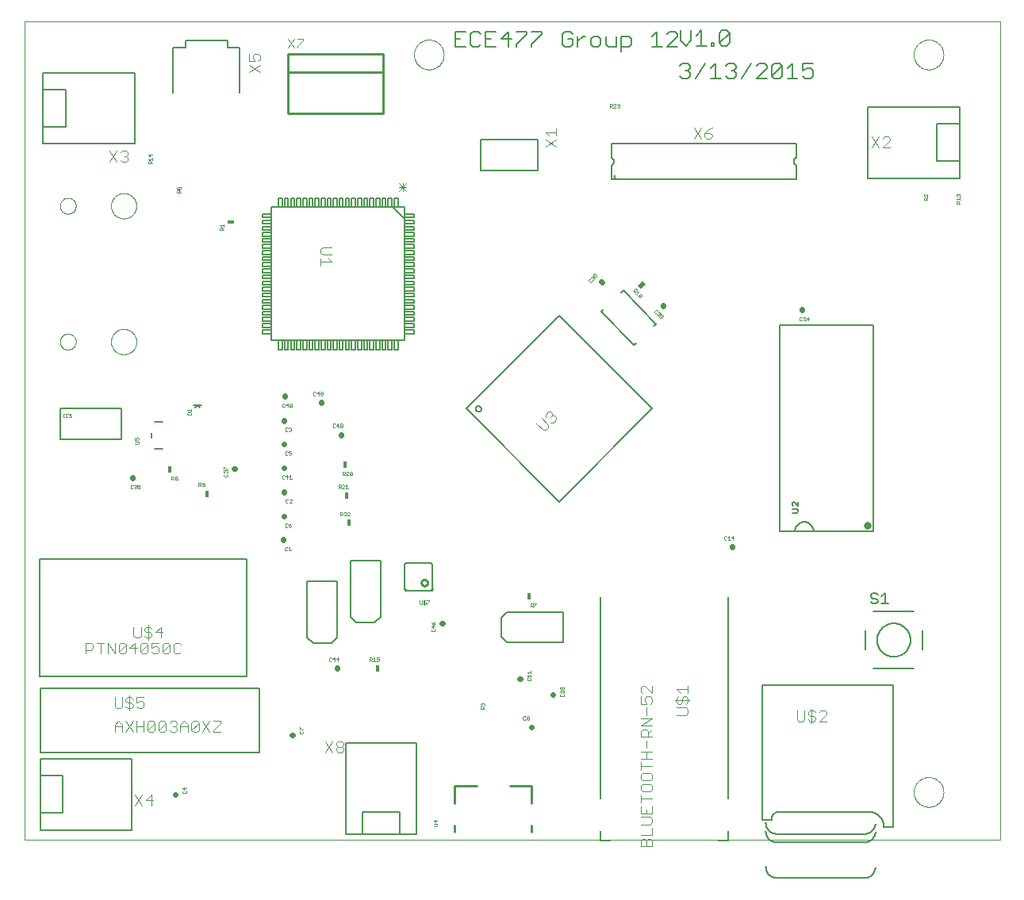
<source format=gto>
G75*
%MOIN*%
%OFA0B0*%
%FSLAX25Y25*%
%IPPOS*%
%LPD*%
%AMOC8*
5,1,8,0,0,1.08239X$1,22.5*
%
%ADD10C,0.00000*%
%ADD11C,0.00600*%
%ADD12C,0.00100*%
%ADD13C,0.00800*%
%ADD14C,0.00500*%
%ADD15C,0.00400*%
%ADD16C,0.00300*%
%ADD17C,0.03150*%
%ADD18C,0.01000*%
%ADD19C,0.02200*%
%ADD20R,0.01800X0.03000*%
%ADD21R,0.03000X0.01800*%
%ADD22C,0.00060*%
D10*
X0001500Y0017369D02*
X0001500Y0361369D01*
X0411500Y0361369D01*
X0411500Y0017369D01*
X0001500Y0017369D01*
X0016422Y0226699D02*
X0016424Y0226814D01*
X0016430Y0226930D01*
X0016440Y0227045D01*
X0016454Y0227160D01*
X0016472Y0227274D01*
X0016494Y0227387D01*
X0016519Y0227500D01*
X0016549Y0227611D01*
X0016582Y0227722D01*
X0016619Y0227831D01*
X0016660Y0227939D01*
X0016705Y0228046D01*
X0016753Y0228151D01*
X0016805Y0228254D01*
X0016861Y0228355D01*
X0016920Y0228455D01*
X0016982Y0228552D01*
X0017048Y0228647D01*
X0017116Y0228740D01*
X0017188Y0228830D01*
X0017263Y0228918D01*
X0017342Y0229003D01*
X0017423Y0229085D01*
X0017506Y0229165D01*
X0017593Y0229241D01*
X0017682Y0229315D01*
X0017773Y0229385D01*
X0017867Y0229453D01*
X0017963Y0229517D01*
X0018062Y0229577D01*
X0018162Y0229634D01*
X0018264Y0229688D01*
X0018368Y0229738D01*
X0018474Y0229785D01*
X0018581Y0229828D01*
X0018690Y0229867D01*
X0018800Y0229902D01*
X0018911Y0229933D01*
X0019023Y0229961D01*
X0019136Y0229985D01*
X0019250Y0230005D01*
X0019365Y0230021D01*
X0019480Y0230033D01*
X0019595Y0230041D01*
X0019710Y0230045D01*
X0019826Y0230045D01*
X0019941Y0230041D01*
X0020056Y0230033D01*
X0020171Y0230021D01*
X0020286Y0230005D01*
X0020400Y0229985D01*
X0020513Y0229961D01*
X0020625Y0229933D01*
X0020736Y0229902D01*
X0020846Y0229867D01*
X0020955Y0229828D01*
X0021062Y0229785D01*
X0021168Y0229738D01*
X0021272Y0229688D01*
X0021374Y0229634D01*
X0021474Y0229577D01*
X0021573Y0229517D01*
X0021669Y0229453D01*
X0021763Y0229385D01*
X0021854Y0229315D01*
X0021943Y0229241D01*
X0022030Y0229165D01*
X0022113Y0229085D01*
X0022194Y0229003D01*
X0022273Y0228918D01*
X0022348Y0228830D01*
X0022420Y0228740D01*
X0022488Y0228647D01*
X0022554Y0228552D01*
X0022616Y0228455D01*
X0022675Y0228355D01*
X0022731Y0228254D01*
X0022783Y0228151D01*
X0022831Y0228046D01*
X0022876Y0227939D01*
X0022917Y0227831D01*
X0022954Y0227722D01*
X0022987Y0227611D01*
X0023017Y0227500D01*
X0023042Y0227387D01*
X0023064Y0227274D01*
X0023082Y0227160D01*
X0023096Y0227045D01*
X0023106Y0226930D01*
X0023112Y0226814D01*
X0023114Y0226699D01*
X0023112Y0226584D01*
X0023106Y0226468D01*
X0023096Y0226353D01*
X0023082Y0226238D01*
X0023064Y0226124D01*
X0023042Y0226011D01*
X0023017Y0225898D01*
X0022987Y0225787D01*
X0022954Y0225676D01*
X0022917Y0225567D01*
X0022876Y0225459D01*
X0022831Y0225352D01*
X0022783Y0225247D01*
X0022731Y0225144D01*
X0022675Y0225043D01*
X0022616Y0224943D01*
X0022554Y0224846D01*
X0022488Y0224751D01*
X0022420Y0224658D01*
X0022348Y0224568D01*
X0022273Y0224480D01*
X0022194Y0224395D01*
X0022113Y0224313D01*
X0022030Y0224233D01*
X0021943Y0224157D01*
X0021854Y0224083D01*
X0021763Y0224013D01*
X0021669Y0223945D01*
X0021573Y0223881D01*
X0021474Y0223821D01*
X0021374Y0223764D01*
X0021272Y0223710D01*
X0021168Y0223660D01*
X0021062Y0223613D01*
X0020955Y0223570D01*
X0020846Y0223531D01*
X0020736Y0223496D01*
X0020625Y0223465D01*
X0020513Y0223437D01*
X0020400Y0223413D01*
X0020286Y0223393D01*
X0020171Y0223377D01*
X0020056Y0223365D01*
X0019941Y0223357D01*
X0019826Y0223353D01*
X0019710Y0223353D01*
X0019595Y0223357D01*
X0019480Y0223365D01*
X0019365Y0223377D01*
X0019250Y0223393D01*
X0019136Y0223413D01*
X0019023Y0223437D01*
X0018911Y0223465D01*
X0018800Y0223496D01*
X0018690Y0223531D01*
X0018581Y0223570D01*
X0018474Y0223613D01*
X0018368Y0223660D01*
X0018264Y0223710D01*
X0018162Y0223764D01*
X0018062Y0223821D01*
X0017963Y0223881D01*
X0017867Y0223945D01*
X0017773Y0224013D01*
X0017682Y0224083D01*
X0017593Y0224157D01*
X0017506Y0224233D01*
X0017423Y0224313D01*
X0017342Y0224395D01*
X0017263Y0224480D01*
X0017188Y0224568D01*
X0017116Y0224658D01*
X0017048Y0224751D01*
X0016982Y0224846D01*
X0016920Y0224943D01*
X0016861Y0225043D01*
X0016805Y0225144D01*
X0016753Y0225247D01*
X0016705Y0225352D01*
X0016660Y0225459D01*
X0016619Y0225567D01*
X0016582Y0225676D01*
X0016549Y0225787D01*
X0016519Y0225898D01*
X0016494Y0226011D01*
X0016472Y0226124D01*
X0016454Y0226238D01*
X0016440Y0226353D01*
X0016430Y0226468D01*
X0016424Y0226584D01*
X0016422Y0226699D01*
X0037917Y0226699D02*
X0037919Y0226844D01*
X0037925Y0226989D01*
X0037935Y0227134D01*
X0037949Y0227279D01*
X0037967Y0227423D01*
X0037988Y0227566D01*
X0038014Y0227709D01*
X0038043Y0227851D01*
X0038077Y0227993D01*
X0038114Y0228133D01*
X0038155Y0228272D01*
X0038200Y0228410D01*
X0038249Y0228547D01*
X0038301Y0228683D01*
X0038357Y0228817D01*
X0038417Y0228949D01*
X0038480Y0229080D01*
X0038547Y0229208D01*
X0038617Y0229336D01*
X0038691Y0229461D01*
X0038768Y0229584D01*
X0038848Y0229704D01*
X0038932Y0229823D01*
X0039019Y0229939D01*
X0039109Y0230053D01*
X0039202Y0230165D01*
X0039298Y0230273D01*
X0039398Y0230379D01*
X0039499Y0230483D01*
X0039604Y0230583D01*
X0039712Y0230681D01*
X0039822Y0230776D01*
X0039934Y0230867D01*
X0040049Y0230956D01*
X0040167Y0231041D01*
X0040287Y0231123D01*
X0040409Y0231202D01*
X0040533Y0231278D01*
X0040659Y0231350D01*
X0040787Y0231418D01*
X0040917Y0231483D01*
X0041048Y0231545D01*
X0041181Y0231602D01*
X0041316Y0231657D01*
X0041452Y0231707D01*
X0041590Y0231754D01*
X0041728Y0231797D01*
X0041868Y0231836D01*
X0042009Y0231871D01*
X0042151Y0231903D01*
X0042293Y0231930D01*
X0042436Y0231954D01*
X0042580Y0231974D01*
X0042725Y0231990D01*
X0042869Y0232002D01*
X0043014Y0232010D01*
X0043159Y0232014D01*
X0043305Y0232014D01*
X0043450Y0232010D01*
X0043595Y0232002D01*
X0043739Y0231990D01*
X0043884Y0231974D01*
X0044028Y0231954D01*
X0044171Y0231930D01*
X0044313Y0231903D01*
X0044455Y0231871D01*
X0044596Y0231836D01*
X0044736Y0231797D01*
X0044874Y0231754D01*
X0045012Y0231707D01*
X0045148Y0231657D01*
X0045283Y0231602D01*
X0045416Y0231545D01*
X0045547Y0231483D01*
X0045677Y0231418D01*
X0045805Y0231350D01*
X0045931Y0231278D01*
X0046055Y0231202D01*
X0046177Y0231123D01*
X0046297Y0231041D01*
X0046415Y0230956D01*
X0046530Y0230867D01*
X0046642Y0230776D01*
X0046752Y0230681D01*
X0046860Y0230583D01*
X0046965Y0230483D01*
X0047066Y0230379D01*
X0047166Y0230273D01*
X0047262Y0230165D01*
X0047355Y0230053D01*
X0047445Y0229939D01*
X0047532Y0229823D01*
X0047616Y0229704D01*
X0047696Y0229584D01*
X0047773Y0229461D01*
X0047847Y0229336D01*
X0047917Y0229208D01*
X0047984Y0229080D01*
X0048047Y0228949D01*
X0048107Y0228817D01*
X0048163Y0228683D01*
X0048215Y0228547D01*
X0048264Y0228410D01*
X0048309Y0228272D01*
X0048350Y0228133D01*
X0048387Y0227993D01*
X0048421Y0227851D01*
X0048450Y0227709D01*
X0048476Y0227566D01*
X0048497Y0227423D01*
X0048515Y0227279D01*
X0048529Y0227134D01*
X0048539Y0226989D01*
X0048545Y0226844D01*
X0048547Y0226699D01*
X0048545Y0226554D01*
X0048539Y0226409D01*
X0048529Y0226264D01*
X0048515Y0226119D01*
X0048497Y0225975D01*
X0048476Y0225832D01*
X0048450Y0225689D01*
X0048421Y0225547D01*
X0048387Y0225405D01*
X0048350Y0225265D01*
X0048309Y0225126D01*
X0048264Y0224988D01*
X0048215Y0224851D01*
X0048163Y0224715D01*
X0048107Y0224581D01*
X0048047Y0224449D01*
X0047984Y0224318D01*
X0047917Y0224190D01*
X0047847Y0224062D01*
X0047773Y0223937D01*
X0047696Y0223814D01*
X0047616Y0223694D01*
X0047532Y0223575D01*
X0047445Y0223459D01*
X0047355Y0223345D01*
X0047262Y0223233D01*
X0047166Y0223125D01*
X0047066Y0223019D01*
X0046965Y0222915D01*
X0046860Y0222815D01*
X0046752Y0222717D01*
X0046642Y0222622D01*
X0046530Y0222531D01*
X0046415Y0222442D01*
X0046297Y0222357D01*
X0046177Y0222275D01*
X0046055Y0222196D01*
X0045931Y0222120D01*
X0045805Y0222048D01*
X0045677Y0221980D01*
X0045547Y0221915D01*
X0045416Y0221853D01*
X0045283Y0221796D01*
X0045148Y0221741D01*
X0045012Y0221691D01*
X0044874Y0221644D01*
X0044736Y0221601D01*
X0044596Y0221562D01*
X0044455Y0221527D01*
X0044313Y0221495D01*
X0044171Y0221468D01*
X0044028Y0221444D01*
X0043884Y0221424D01*
X0043739Y0221408D01*
X0043595Y0221396D01*
X0043450Y0221388D01*
X0043305Y0221384D01*
X0043159Y0221384D01*
X0043014Y0221388D01*
X0042869Y0221396D01*
X0042725Y0221408D01*
X0042580Y0221424D01*
X0042436Y0221444D01*
X0042293Y0221468D01*
X0042151Y0221495D01*
X0042009Y0221527D01*
X0041868Y0221562D01*
X0041728Y0221601D01*
X0041590Y0221644D01*
X0041452Y0221691D01*
X0041316Y0221741D01*
X0041181Y0221796D01*
X0041048Y0221853D01*
X0040917Y0221915D01*
X0040787Y0221980D01*
X0040659Y0222048D01*
X0040533Y0222120D01*
X0040409Y0222196D01*
X0040287Y0222275D01*
X0040167Y0222357D01*
X0040049Y0222442D01*
X0039934Y0222531D01*
X0039822Y0222622D01*
X0039712Y0222717D01*
X0039604Y0222815D01*
X0039499Y0222915D01*
X0039398Y0223019D01*
X0039298Y0223125D01*
X0039202Y0223233D01*
X0039109Y0223345D01*
X0039019Y0223459D01*
X0038932Y0223575D01*
X0038848Y0223694D01*
X0038768Y0223814D01*
X0038691Y0223937D01*
X0038617Y0224062D01*
X0038547Y0224190D01*
X0038480Y0224318D01*
X0038417Y0224449D01*
X0038357Y0224581D01*
X0038301Y0224715D01*
X0038249Y0224851D01*
X0038200Y0224988D01*
X0038155Y0225126D01*
X0038114Y0225265D01*
X0038077Y0225405D01*
X0038043Y0225547D01*
X0038014Y0225689D01*
X0037988Y0225832D01*
X0037967Y0225975D01*
X0037949Y0226119D01*
X0037935Y0226264D01*
X0037925Y0226409D01*
X0037919Y0226554D01*
X0037917Y0226699D01*
X0037917Y0283786D02*
X0037919Y0283931D01*
X0037925Y0284076D01*
X0037935Y0284221D01*
X0037949Y0284366D01*
X0037967Y0284510D01*
X0037988Y0284653D01*
X0038014Y0284796D01*
X0038043Y0284938D01*
X0038077Y0285080D01*
X0038114Y0285220D01*
X0038155Y0285359D01*
X0038200Y0285497D01*
X0038249Y0285634D01*
X0038301Y0285770D01*
X0038357Y0285904D01*
X0038417Y0286036D01*
X0038480Y0286167D01*
X0038547Y0286295D01*
X0038617Y0286423D01*
X0038691Y0286548D01*
X0038768Y0286671D01*
X0038848Y0286791D01*
X0038932Y0286910D01*
X0039019Y0287026D01*
X0039109Y0287140D01*
X0039202Y0287252D01*
X0039298Y0287360D01*
X0039398Y0287466D01*
X0039499Y0287570D01*
X0039604Y0287670D01*
X0039712Y0287768D01*
X0039822Y0287863D01*
X0039934Y0287954D01*
X0040049Y0288043D01*
X0040167Y0288128D01*
X0040287Y0288210D01*
X0040409Y0288289D01*
X0040533Y0288365D01*
X0040659Y0288437D01*
X0040787Y0288505D01*
X0040917Y0288570D01*
X0041048Y0288632D01*
X0041181Y0288689D01*
X0041316Y0288744D01*
X0041452Y0288794D01*
X0041590Y0288841D01*
X0041728Y0288884D01*
X0041868Y0288923D01*
X0042009Y0288958D01*
X0042151Y0288990D01*
X0042293Y0289017D01*
X0042436Y0289041D01*
X0042580Y0289061D01*
X0042725Y0289077D01*
X0042869Y0289089D01*
X0043014Y0289097D01*
X0043159Y0289101D01*
X0043305Y0289101D01*
X0043450Y0289097D01*
X0043595Y0289089D01*
X0043739Y0289077D01*
X0043884Y0289061D01*
X0044028Y0289041D01*
X0044171Y0289017D01*
X0044313Y0288990D01*
X0044455Y0288958D01*
X0044596Y0288923D01*
X0044736Y0288884D01*
X0044874Y0288841D01*
X0045012Y0288794D01*
X0045148Y0288744D01*
X0045283Y0288689D01*
X0045416Y0288632D01*
X0045547Y0288570D01*
X0045677Y0288505D01*
X0045805Y0288437D01*
X0045931Y0288365D01*
X0046055Y0288289D01*
X0046177Y0288210D01*
X0046297Y0288128D01*
X0046415Y0288043D01*
X0046530Y0287954D01*
X0046642Y0287863D01*
X0046752Y0287768D01*
X0046860Y0287670D01*
X0046965Y0287570D01*
X0047066Y0287466D01*
X0047166Y0287360D01*
X0047262Y0287252D01*
X0047355Y0287140D01*
X0047445Y0287026D01*
X0047532Y0286910D01*
X0047616Y0286791D01*
X0047696Y0286671D01*
X0047773Y0286548D01*
X0047847Y0286423D01*
X0047917Y0286295D01*
X0047984Y0286167D01*
X0048047Y0286036D01*
X0048107Y0285904D01*
X0048163Y0285770D01*
X0048215Y0285634D01*
X0048264Y0285497D01*
X0048309Y0285359D01*
X0048350Y0285220D01*
X0048387Y0285080D01*
X0048421Y0284938D01*
X0048450Y0284796D01*
X0048476Y0284653D01*
X0048497Y0284510D01*
X0048515Y0284366D01*
X0048529Y0284221D01*
X0048539Y0284076D01*
X0048545Y0283931D01*
X0048547Y0283786D01*
X0048545Y0283641D01*
X0048539Y0283496D01*
X0048529Y0283351D01*
X0048515Y0283206D01*
X0048497Y0283062D01*
X0048476Y0282919D01*
X0048450Y0282776D01*
X0048421Y0282634D01*
X0048387Y0282492D01*
X0048350Y0282352D01*
X0048309Y0282213D01*
X0048264Y0282075D01*
X0048215Y0281938D01*
X0048163Y0281802D01*
X0048107Y0281668D01*
X0048047Y0281536D01*
X0047984Y0281405D01*
X0047917Y0281277D01*
X0047847Y0281149D01*
X0047773Y0281024D01*
X0047696Y0280901D01*
X0047616Y0280781D01*
X0047532Y0280662D01*
X0047445Y0280546D01*
X0047355Y0280432D01*
X0047262Y0280320D01*
X0047166Y0280212D01*
X0047066Y0280106D01*
X0046965Y0280002D01*
X0046860Y0279902D01*
X0046752Y0279804D01*
X0046642Y0279709D01*
X0046530Y0279618D01*
X0046415Y0279529D01*
X0046297Y0279444D01*
X0046177Y0279362D01*
X0046055Y0279283D01*
X0045931Y0279207D01*
X0045805Y0279135D01*
X0045677Y0279067D01*
X0045547Y0279002D01*
X0045416Y0278940D01*
X0045283Y0278883D01*
X0045148Y0278828D01*
X0045012Y0278778D01*
X0044874Y0278731D01*
X0044736Y0278688D01*
X0044596Y0278649D01*
X0044455Y0278614D01*
X0044313Y0278582D01*
X0044171Y0278555D01*
X0044028Y0278531D01*
X0043884Y0278511D01*
X0043739Y0278495D01*
X0043595Y0278483D01*
X0043450Y0278475D01*
X0043305Y0278471D01*
X0043159Y0278471D01*
X0043014Y0278475D01*
X0042869Y0278483D01*
X0042725Y0278495D01*
X0042580Y0278511D01*
X0042436Y0278531D01*
X0042293Y0278555D01*
X0042151Y0278582D01*
X0042009Y0278614D01*
X0041868Y0278649D01*
X0041728Y0278688D01*
X0041590Y0278731D01*
X0041452Y0278778D01*
X0041316Y0278828D01*
X0041181Y0278883D01*
X0041048Y0278940D01*
X0040917Y0279002D01*
X0040787Y0279067D01*
X0040659Y0279135D01*
X0040533Y0279207D01*
X0040409Y0279283D01*
X0040287Y0279362D01*
X0040167Y0279444D01*
X0040049Y0279529D01*
X0039934Y0279618D01*
X0039822Y0279709D01*
X0039712Y0279804D01*
X0039604Y0279902D01*
X0039499Y0280002D01*
X0039398Y0280106D01*
X0039298Y0280212D01*
X0039202Y0280320D01*
X0039109Y0280432D01*
X0039019Y0280546D01*
X0038932Y0280662D01*
X0038848Y0280781D01*
X0038768Y0280901D01*
X0038691Y0281024D01*
X0038617Y0281149D01*
X0038547Y0281277D01*
X0038480Y0281405D01*
X0038417Y0281536D01*
X0038357Y0281668D01*
X0038301Y0281802D01*
X0038249Y0281938D01*
X0038200Y0282075D01*
X0038155Y0282213D01*
X0038114Y0282352D01*
X0038077Y0282492D01*
X0038043Y0282634D01*
X0038014Y0282776D01*
X0037988Y0282919D01*
X0037967Y0283062D01*
X0037949Y0283206D01*
X0037935Y0283351D01*
X0037925Y0283496D01*
X0037919Y0283641D01*
X0037917Y0283786D01*
X0016422Y0283786D02*
X0016424Y0283901D01*
X0016430Y0284017D01*
X0016440Y0284132D01*
X0016454Y0284247D01*
X0016472Y0284361D01*
X0016494Y0284474D01*
X0016519Y0284587D01*
X0016549Y0284698D01*
X0016582Y0284809D01*
X0016619Y0284918D01*
X0016660Y0285026D01*
X0016705Y0285133D01*
X0016753Y0285238D01*
X0016805Y0285341D01*
X0016861Y0285442D01*
X0016920Y0285542D01*
X0016982Y0285639D01*
X0017048Y0285734D01*
X0017116Y0285827D01*
X0017188Y0285917D01*
X0017263Y0286005D01*
X0017342Y0286090D01*
X0017423Y0286172D01*
X0017506Y0286252D01*
X0017593Y0286328D01*
X0017682Y0286402D01*
X0017773Y0286472D01*
X0017867Y0286540D01*
X0017963Y0286604D01*
X0018062Y0286664D01*
X0018162Y0286721D01*
X0018264Y0286775D01*
X0018368Y0286825D01*
X0018474Y0286872D01*
X0018581Y0286915D01*
X0018690Y0286954D01*
X0018800Y0286989D01*
X0018911Y0287020D01*
X0019023Y0287048D01*
X0019136Y0287072D01*
X0019250Y0287092D01*
X0019365Y0287108D01*
X0019480Y0287120D01*
X0019595Y0287128D01*
X0019710Y0287132D01*
X0019826Y0287132D01*
X0019941Y0287128D01*
X0020056Y0287120D01*
X0020171Y0287108D01*
X0020286Y0287092D01*
X0020400Y0287072D01*
X0020513Y0287048D01*
X0020625Y0287020D01*
X0020736Y0286989D01*
X0020846Y0286954D01*
X0020955Y0286915D01*
X0021062Y0286872D01*
X0021168Y0286825D01*
X0021272Y0286775D01*
X0021374Y0286721D01*
X0021474Y0286664D01*
X0021573Y0286604D01*
X0021669Y0286540D01*
X0021763Y0286472D01*
X0021854Y0286402D01*
X0021943Y0286328D01*
X0022030Y0286252D01*
X0022113Y0286172D01*
X0022194Y0286090D01*
X0022273Y0286005D01*
X0022348Y0285917D01*
X0022420Y0285827D01*
X0022488Y0285734D01*
X0022554Y0285639D01*
X0022616Y0285542D01*
X0022675Y0285442D01*
X0022731Y0285341D01*
X0022783Y0285238D01*
X0022831Y0285133D01*
X0022876Y0285026D01*
X0022917Y0284918D01*
X0022954Y0284809D01*
X0022987Y0284698D01*
X0023017Y0284587D01*
X0023042Y0284474D01*
X0023064Y0284361D01*
X0023082Y0284247D01*
X0023096Y0284132D01*
X0023106Y0284017D01*
X0023112Y0283901D01*
X0023114Y0283786D01*
X0023112Y0283671D01*
X0023106Y0283555D01*
X0023096Y0283440D01*
X0023082Y0283325D01*
X0023064Y0283211D01*
X0023042Y0283098D01*
X0023017Y0282985D01*
X0022987Y0282874D01*
X0022954Y0282763D01*
X0022917Y0282654D01*
X0022876Y0282546D01*
X0022831Y0282439D01*
X0022783Y0282334D01*
X0022731Y0282231D01*
X0022675Y0282130D01*
X0022616Y0282030D01*
X0022554Y0281933D01*
X0022488Y0281838D01*
X0022420Y0281745D01*
X0022348Y0281655D01*
X0022273Y0281567D01*
X0022194Y0281482D01*
X0022113Y0281400D01*
X0022030Y0281320D01*
X0021943Y0281244D01*
X0021854Y0281170D01*
X0021763Y0281100D01*
X0021669Y0281032D01*
X0021573Y0280968D01*
X0021474Y0280908D01*
X0021374Y0280851D01*
X0021272Y0280797D01*
X0021168Y0280747D01*
X0021062Y0280700D01*
X0020955Y0280657D01*
X0020846Y0280618D01*
X0020736Y0280583D01*
X0020625Y0280552D01*
X0020513Y0280524D01*
X0020400Y0280500D01*
X0020286Y0280480D01*
X0020171Y0280464D01*
X0020056Y0280452D01*
X0019941Y0280444D01*
X0019826Y0280440D01*
X0019710Y0280440D01*
X0019595Y0280444D01*
X0019480Y0280452D01*
X0019365Y0280464D01*
X0019250Y0280480D01*
X0019136Y0280500D01*
X0019023Y0280524D01*
X0018911Y0280552D01*
X0018800Y0280583D01*
X0018690Y0280618D01*
X0018581Y0280657D01*
X0018474Y0280700D01*
X0018368Y0280747D01*
X0018264Y0280797D01*
X0018162Y0280851D01*
X0018062Y0280908D01*
X0017963Y0280968D01*
X0017867Y0281032D01*
X0017773Y0281100D01*
X0017682Y0281170D01*
X0017593Y0281244D01*
X0017506Y0281320D01*
X0017423Y0281400D01*
X0017342Y0281482D01*
X0017263Y0281567D01*
X0017188Y0281655D01*
X0017116Y0281745D01*
X0017048Y0281838D01*
X0016982Y0281933D01*
X0016920Y0282030D01*
X0016861Y0282130D01*
X0016805Y0282231D01*
X0016753Y0282334D01*
X0016705Y0282439D01*
X0016660Y0282546D01*
X0016619Y0282654D01*
X0016582Y0282763D01*
X0016549Y0282874D01*
X0016519Y0282985D01*
X0016494Y0283098D01*
X0016472Y0283211D01*
X0016454Y0283325D01*
X0016440Y0283440D01*
X0016430Y0283555D01*
X0016424Y0283671D01*
X0016422Y0283786D01*
X0165250Y0347369D02*
X0165252Y0347527D01*
X0165258Y0347684D01*
X0165268Y0347842D01*
X0165282Y0347999D01*
X0165300Y0348155D01*
X0165321Y0348312D01*
X0165347Y0348467D01*
X0165377Y0348622D01*
X0165410Y0348776D01*
X0165448Y0348929D01*
X0165489Y0349082D01*
X0165534Y0349233D01*
X0165583Y0349383D01*
X0165636Y0349531D01*
X0165692Y0349679D01*
X0165753Y0349824D01*
X0165816Y0349969D01*
X0165884Y0350111D01*
X0165955Y0350252D01*
X0166029Y0350391D01*
X0166107Y0350528D01*
X0166189Y0350663D01*
X0166273Y0350796D01*
X0166362Y0350927D01*
X0166453Y0351055D01*
X0166548Y0351182D01*
X0166645Y0351305D01*
X0166746Y0351427D01*
X0166850Y0351545D01*
X0166957Y0351661D01*
X0167067Y0351774D01*
X0167179Y0351885D01*
X0167295Y0351992D01*
X0167413Y0352097D01*
X0167533Y0352199D01*
X0167656Y0352297D01*
X0167782Y0352393D01*
X0167910Y0352485D01*
X0168040Y0352574D01*
X0168172Y0352660D01*
X0168307Y0352742D01*
X0168444Y0352821D01*
X0168582Y0352896D01*
X0168722Y0352968D01*
X0168865Y0353036D01*
X0169008Y0353101D01*
X0169154Y0353162D01*
X0169301Y0353219D01*
X0169449Y0353273D01*
X0169599Y0353323D01*
X0169749Y0353369D01*
X0169901Y0353411D01*
X0170054Y0353450D01*
X0170208Y0353484D01*
X0170363Y0353515D01*
X0170518Y0353541D01*
X0170674Y0353564D01*
X0170831Y0353583D01*
X0170988Y0353598D01*
X0171145Y0353609D01*
X0171303Y0353616D01*
X0171461Y0353619D01*
X0171618Y0353618D01*
X0171776Y0353613D01*
X0171933Y0353604D01*
X0172091Y0353591D01*
X0172247Y0353574D01*
X0172404Y0353553D01*
X0172559Y0353529D01*
X0172714Y0353500D01*
X0172869Y0353467D01*
X0173022Y0353431D01*
X0173175Y0353390D01*
X0173326Y0353346D01*
X0173476Y0353298D01*
X0173625Y0353247D01*
X0173773Y0353191D01*
X0173919Y0353132D01*
X0174064Y0353069D01*
X0174207Y0353002D01*
X0174348Y0352932D01*
X0174487Y0352859D01*
X0174625Y0352782D01*
X0174761Y0352701D01*
X0174894Y0352617D01*
X0175025Y0352530D01*
X0175154Y0352439D01*
X0175281Y0352345D01*
X0175406Y0352248D01*
X0175527Y0352148D01*
X0175647Y0352045D01*
X0175763Y0351939D01*
X0175877Y0351830D01*
X0175989Y0351718D01*
X0176097Y0351604D01*
X0176202Y0351486D01*
X0176305Y0351366D01*
X0176404Y0351244D01*
X0176500Y0351119D01*
X0176593Y0350991D01*
X0176683Y0350862D01*
X0176769Y0350730D01*
X0176853Y0350596D01*
X0176932Y0350460D01*
X0177009Y0350322D01*
X0177081Y0350182D01*
X0177150Y0350040D01*
X0177216Y0349897D01*
X0177278Y0349752D01*
X0177336Y0349605D01*
X0177391Y0349457D01*
X0177442Y0349308D01*
X0177489Y0349157D01*
X0177532Y0349006D01*
X0177571Y0348853D01*
X0177607Y0348699D01*
X0177638Y0348545D01*
X0177666Y0348390D01*
X0177690Y0348234D01*
X0177710Y0348077D01*
X0177726Y0347920D01*
X0177738Y0347763D01*
X0177746Y0347606D01*
X0177750Y0347448D01*
X0177750Y0347290D01*
X0177746Y0347132D01*
X0177738Y0346975D01*
X0177726Y0346818D01*
X0177710Y0346661D01*
X0177690Y0346504D01*
X0177666Y0346348D01*
X0177638Y0346193D01*
X0177607Y0346039D01*
X0177571Y0345885D01*
X0177532Y0345732D01*
X0177489Y0345581D01*
X0177442Y0345430D01*
X0177391Y0345281D01*
X0177336Y0345133D01*
X0177278Y0344986D01*
X0177216Y0344841D01*
X0177150Y0344698D01*
X0177081Y0344556D01*
X0177009Y0344416D01*
X0176932Y0344278D01*
X0176853Y0344142D01*
X0176769Y0344008D01*
X0176683Y0343876D01*
X0176593Y0343747D01*
X0176500Y0343619D01*
X0176404Y0343494D01*
X0176305Y0343372D01*
X0176202Y0343252D01*
X0176097Y0343134D01*
X0175989Y0343020D01*
X0175877Y0342908D01*
X0175763Y0342799D01*
X0175647Y0342693D01*
X0175527Y0342590D01*
X0175406Y0342490D01*
X0175281Y0342393D01*
X0175154Y0342299D01*
X0175025Y0342208D01*
X0174894Y0342121D01*
X0174761Y0342037D01*
X0174625Y0341956D01*
X0174487Y0341879D01*
X0174348Y0341806D01*
X0174207Y0341736D01*
X0174064Y0341669D01*
X0173919Y0341606D01*
X0173773Y0341547D01*
X0173625Y0341491D01*
X0173476Y0341440D01*
X0173326Y0341392D01*
X0173175Y0341348D01*
X0173022Y0341307D01*
X0172869Y0341271D01*
X0172714Y0341238D01*
X0172559Y0341209D01*
X0172404Y0341185D01*
X0172247Y0341164D01*
X0172091Y0341147D01*
X0171933Y0341134D01*
X0171776Y0341125D01*
X0171618Y0341120D01*
X0171461Y0341119D01*
X0171303Y0341122D01*
X0171145Y0341129D01*
X0170988Y0341140D01*
X0170831Y0341155D01*
X0170674Y0341174D01*
X0170518Y0341197D01*
X0170363Y0341223D01*
X0170208Y0341254D01*
X0170054Y0341288D01*
X0169901Y0341327D01*
X0169749Y0341369D01*
X0169599Y0341415D01*
X0169449Y0341465D01*
X0169301Y0341519D01*
X0169154Y0341576D01*
X0169008Y0341637D01*
X0168865Y0341702D01*
X0168722Y0341770D01*
X0168582Y0341842D01*
X0168444Y0341917D01*
X0168307Y0341996D01*
X0168172Y0342078D01*
X0168040Y0342164D01*
X0167910Y0342253D01*
X0167782Y0342345D01*
X0167656Y0342441D01*
X0167533Y0342539D01*
X0167413Y0342641D01*
X0167295Y0342746D01*
X0167179Y0342853D01*
X0167067Y0342964D01*
X0166957Y0343077D01*
X0166850Y0343193D01*
X0166746Y0343311D01*
X0166645Y0343433D01*
X0166548Y0343556D01*
X0166453Y0343683D01*
X0166362Y0343811D01*
X0166273Y0343942D01*
X0166189Y0344075D01*
X0166107Y0344210D01*
X0166029Y0344347D01*
X0165955Y0344486D01*
X0165884Y0344627D01*
X0165816Y0344769D01*
X0165753Y0344914D01*
X0165692Y0345059D01*
X0165636Y0345207D01*
X0165583Y0345355D01*
X0165534Y0345505D01*
X0165489Y0345656D01*
X0165448Y0345809D01*
X0165410Y0345962D01*
X0165377Y0346116D01*
X0165347Y0346271D01*
X0165321Y0346426D01*
X0165300Y0346583D01*
X0165282Y0346739D01*
X0165268Y0346896D01*
X0165258Y0347054D01*
X0165252Y0347211D01*
X0165250Y0347369D01*
X0375250Y0347369D02*
X0375252Y0347527D01*
X0375258Y0347684D01*
X0375268Y0347842D01*
X0375282Y0347999D01*
X0375300Y0348155D01*
X0375321Y0348312D01*
X0375347Y0348467D01*
X0375377Y0348622D01*
X0375410Y0348776D01*
X0375448Y0348929D01*
X0375489Y0349082D01*
X0375534Y0349233D01*
X0375583Y0349383D01*
X0375636Y0349531D01*
X0375692Y0349679D01*
X0375753Y0349824D01*
X0375816Y0349969D01*
X0375884Y0350111D01*
X0375955Y0350252D01*
X0376029Y0350391D01*
X0376107Y0350528D01*
X0376189Y0350663D01*
X0376273Y0350796D01*
X0376362Y0350927D01*
X0376453Y0351055D01*
X0376548Y0351182D01*
X0376645Y0351305D01*
X0376746Y0351427D01*
X0376850Y0351545D01*
X0376957Y0351661D01*
X0377067Y0351774D01*
X0377179Y0351885D01*
X0377295Y0351992D01*
X0377413Y0352097D01*
X0377533Y0352199D01*
X0377656Y0352297D01*
X0377782Y0352393D01*
X0377910Y0352485D01*
X0378040Y0352574D01*
X0378172Y0352660D01*
X0378307Y0352742D01*
X0378444Y0352821D01*
X0378582Y0352896D01*
X0378722Y0352968D01*
X0378865Y0353036D01*
X0379008Y0353101D01*
X0379154Y0353162D01*
X0379301Y0353219D01*
X0379449Y0353273D01*
X0379599Y0353323D01*
X0379749Y0353369D01*
X0379901Y0353411D01*
X0380054Y0353450D01*
X0380208Y0353484D01*
X0380363Y0353515D01*
X0380518Y0353541D01*
X0380674Y0353564D01*
X0380831Y0353583D01*
X0380988Y0353598D01*
X0381145Y0353609D01*
X0381303Y0353616D01*
X0381461Y0353619D01*
X0381618Y0353618D01*
X0381776Y0353613D01*
X0381933Y0353604D01*
X0382091Y0353591D01*
X0382247Y0353574D01*
X0382404Y0353553D01*
X0382559Y0353529D01*
X0382714Y0353500D01*
X0382869Y0353467D01*
X0383022Y0353431D01*
X0383175Y0353390D01*
X0383326Y0353346D01*
X0383476Y0353298D01*
X0383625Y0353247D01*
X0383773Y0353191D01*
X0383919Y0353132D01*
X0384064Y0353069D01*
X0384207Y0353002D01*
X0384348Y0352932D01*
X0384487Y0352859D01*
X0384625Y0352782D01*
X0384761Y0352701D01*
X0384894Y0352617D01*
X0385025Y0352530D01*
X0385154Y0352439D01*
X0385281Y0352345D01*
X0385406Y0352248D01*
X0385527Y0352148D01*
X0385647Y0352045D01*
X0385763Y0351939D01*
X0385877Y0351830D01*
X0385989Y0351718D01*
X0386097Y0351604D01*
X0386202Y0351486D01*
X0386305Y0351366D01*
X0386404Y0351244D01*
X0386500Y0351119D01*
X0386593Y0350991D01*
X0386683Y0350862D01*
X0386769Y0350730D01*
X0386853Y0350596D01*
X0386932Y0350460D01*
X0387009Y0350322D01*
X0387081Y0350182D01*
X0387150Y0350040D01*
X0387216Y0349897D01*
X0387278Y0349752D01*
X0387336Y0349605D01*
X0387391Y0349457D01*
X0387442Y0349308D01*
X0387489Y0349157D01*
X0387532Y0349006D01*
X0387571Y0348853D01*
X0387607Y0348699D01*
X0387638Y0348545D01*
X0387666Y0348390D01*
X0387690Y0348234D01*
X0387710Y0348077D01*
X0387726Y0347920D01*
X0387738Y0347763D01*
X0387746Y0347606D01*
X0387750Y0347448D01*
X0387750Y0347290D01*
X0387746Y0347132D01*
X0387738Y0346975D01*
X0387726Y0346818D01*
X0387710Y0346661D01*
X0387690Y0346504D01*
X0387666Y0346348D01*
X0387638Y0346193D01*
X0387607Y0346039D01*
X0387571Y0345885D01*
X0387532Y0345732D01*
X0387489Y0345581D01*
X0387442Y0345430D01*
X0387391Y0345281D01*
X0387336Y0345133D01*
X0387278Y0344986D01*
X0387216Y0344841D01*
X0387150Y0344698D01*
X0387081Y0344556D01*
X0387009Y0344416D01*
X0386932Y0344278D01*
X0386853Y0344142D01*
X0386769Y0344008D01*
X0386683Y0343876D01*
X0386593Y0343747D01*
X0386500Y0343619D01*
X0386404Y0343494D01*
X0386305Y0343372D01*
X0386202Y0343252D01*
X0386097Y0343134D01*
X0385989Y0343020D01*
X0385877Y0342908D01*
X0385763Y0342799D01*
X0385647Y0342693D01*
X0385527Y0342590D01*
X0385406Y0342490D01*
X0385281Y0342393D01*
X0385154Y0342299D01*
X0385025Y0342208D01*
X0384894Y0342121D01*
X0384761Y0342037D01*
X0384625Y0341956D01*
X0384487Y0341879D01*
X0384348Y0341806D01*
X0384207Y0341736D01*
X0384064Y0341669D01*
X0383919Y0341606D01*
X0383773Y0341547D01*
X0383625Y0341491D01*
X0383476Y0341440D01*
X0383326Y0341392D01*
X0383175Y0341348D01*
X0383022Y0341307D01*
X0382869Y0341271D01*
X0382714Y0341238D01*
X0382559Y0341209D01*
X0382404Y0341185D01*
X0382247Y0341164D01*
X0382091Y0341147D01*
X0381933Y0341134D01*
X0381776Y0341125D01*
X0381618Y0341120D01*
X0381461Y0341119D01*
X0381303Y0341122D01*
X0381145Y0341129D01*
X0380988Y0341140D01*
X0380831Y0341155D01*
X0380674Y0341174D01*
X0380518Y0341197D01*
X0380363Y0341223D01*
X0380208Y0341254D01*
X0380054Y0341288D01*
X0379901Y0341327D01*
X0379749Y0341369D01*
X0379599Y0341415D01*
X0379449Y0341465D01*
X0379301Y0341519D01*
X0379154Y0341576D01*
X0379008Y0341637D01*
X0378865Y0341702D01*
X0378722Y0341770D01*
X0378582Y0341842D01*
X0378444Y0341917D01*
X0378307Y0341996D01*
X0378172Y0342078D01*
X0378040Y0342164D01*
X0377910Y0342253D01*
X0377782Y0342345D01*
X0377656Y0342441D01*
X0377533Y0342539D01*
X0377413Y0342641D01*
X0377295Y0342746D01*
X0377179Y0342853D01*
X0377067Y0342964D01*
X0376957Y0343077D01*
X0376850Y0343193D01*
X0376746Y0343311D01*
X0376645Y0343433D01*
X0376548Y0343556D01*
X0376453Y0343683D01*
X0376362Y0343811D01*
X0376273Y0343942D01*
X0376189Y0344075D01*
X0376107Y0344210D01*
X0376029Y0344347D01*
X0375955Y0344486D01*
X0375884Y0344627D01*
X0375816Y0344769D01*
X0375753Y0344914D01*
X0375692Y0345059D01*
X0375636Y0345207D01*
X0375583Y0345355D01*
X0375534Y0345505D01*
X0375489Y0345656D01*
X0375448Y0345809D01*
X0375410Y0345962D01*
X0375377Y0346116D01*
X0375347Y0346271D01*
X0375321Y0346426D01*
X0375300Y0346583D01*
X0375282Y0346739D01*
X0375268Y0346896D01*
X0375258Y0347054D01*
X0375252Y0347211D01*
X0375250Y0347369D01*
X0375250Y0037369D02*
X0375252Y0037527D01*
X0375258Y0037684D01*
X0375268Y0037842D01*
X0375282Y0037999D01*
X0375300Y0038155D01*
X0375321Y0038312D01*
X0375347Y0038467D01*
X0375377Y0038622D01*
X0375410Y0038776D01*
X0375448Y0038929D01*
X0375489Y0039082D01*
X0375534Y0039233D01*
X0375583Y0039383D01*
X0375636Y0039531D01*
X0375692Y0039679D01*
X0375753Y0039824D01*
X0375816Y0039969D01*
X0375884Y0040111D01*
X0375955Y0040252D01*
X0376029Y0040391D01*
X0376107Y0040528D01*
X0376189Y0040663D01*
X0376273Y0040796D01*
X0376362Y0040927D01*
X0376453Y0041055D01*
X0376548Y0041182D01*
X0376645Y0041305D01*
X0376746Y0041427D01*
X0376850Y0041545D01*
X0376957Y0041661D01*
X0377067Y0041774D01*
X0377179Y0041885D01*
X0377295Y0041992D01*
X0377413Y0042097D01*
X0377533Y0042199D01*
X0377656Y0042297D01*
X0377782Y0042393D01*
X0377910Y0042485D01*
X0378040Y0042574D01*
X0378172Y0042660D01*
X0378307Y0042742D01*
X0378444Y0042821D01*
X0378582Y0042896D01*
X0378722Y0042968D01*
X0378865Y0043036D01*
X0379008Y0043101D01*
X0379154Y0043162D01*
X0379301Y0043219D01*
X0379449Y0043273D01*
X0379599Y0043323D01*
X0379749Y0043369D01*
X0379901Y0043411D01*
X0380054Y0043450D01*
X0380208Y0043484D01*
X0380363Y0043515D01*
X0380518Y0043541D01*
X0380674Y0043564D01*
X0380831Y0043583D01*
X0380988Y0043598D01*
X0381145Y0043609D01*
X0381303Y0043616D01*
X0381461Y0043619D01*
X0381618Y0043618D01*
X0381776Y0043613D01*
X0381933Y0043604D01*
X0382091Y0043591D01*
X0382247Y0043574D01*
X0382404Y0043553D01*
X0382559Y0043529D01*
X0382714Y0043500D01*
X0382869Y0043467D01*
X0383022Y0043431D01*
X0383175Y0043390D01*
X0383326Y0043346D01*
X0383476Y0043298D01*
X0383625Y0043247D01*
X0383773Y0043191D01*
X0383919Y0043132D01*
X0384064Y0043069D01*
X0384207Y0043002D01*
X0384348Y0042932D01*
X0384487Y0042859D01*
X0384625Y0042782D01*
X0384761Y0042701D01*
X0384894Y0042617D01*
X0385025Y0042530D01*
X0385154Y0042439D01*
X0385281Y0042345D01*
X0385406Y0042248D01*
X0385527Y0042148D01*
X0385647Y0042045D01*
X0385763Y0041939D01*
X0385877Y0041830D01*
X0385989Y0041718D01*
X0386097Y0041604D01*
X0386202Y0041486D01*
X0386305Y0041366D01*
X0386404Y0041244D01*
X0386500Y0041119D01*
X0386593Y0040991D01*
X0386683Y0040862D01*
X0386769Y0040730D01*
X0386853Y0040596D01*
X0386932Y0040460D01*
X0387009Y0040322D01*
X0387081Y0040182D01*
X0387150Y0040040D01*
X0387216Y0039897D01*
X0387278Y0039752D01*
X0387336Y0039605D01*
X0387391Y0039457D01*
X0387442Y0039308D01*
X0387489Y0039157D01*
X0387532Y0039006D01*
X0387571Y0038853D01*
X0387607Y0038699D01*
X0387638Y0038545D01*
X0387666Y0038390D01*
X0387690Y0038234D01*
X0387710Y0038077D01*
X0387726Y0037920D01*
X0387738Y0037763D01*
X0387746Y0037606D01*
X0387750Y0037448D01*
X0387750Y0037290D01*
X0387746Y0037132D01*
X0387738Y0036975D01*
X0387726Y0036818D01*
X0387710Y0036661D01*
X0387690Y0036504D01*
X0387666Y0036348D01*
X0387638Y0036193D01*
X0387607Y0036039D01*
X0387571Y0035885D01*
X0387532Y0035732D01*
X0387489Y0035581D01*
X0387442Y0035430D01*
X0387391Y0035281D01*
X0387336Y0035133D01*
X0387278Y0034986D01*
X0387216Y0034841D01*
X0387150Y0034698D01*
X0387081Y0034556D01*
X0387009Y0034416D01*
X0386932Y0034278D01*
X0386853Y0034142D01*
X0386769Y0034008D01*
X0386683Y0033876D01*
X0386593Y0033747D01*
X0386500Y0033619D01*
X0386404Y0033494D01*
X0386305Y0033372D01*
X0386202Y0033252D01*
X0386097Y0033134D01*
X0385989Y0033020D01*
X0385877Y0032908D01*
X0385763Y0032799D01*
X0385647Y0032693D01*
X0385527Y0032590D01*
X0385406Y0032490D01*
X0385281Y0032393D01*
X0385154Y0032299D01*
X0385025Y0032208D01*
X0384894Y0032121D01*
X0384761Y0032037D01*
X0384625Y0031956D01*
X0384487Y0031879D01*
X0384348Y0031806D01*
X0384207Y0031736D01*
X0384064Y0031669D01*
X0383919Y0031606D01*
X0383773Y0031547D01*
X0383625Y0031491D01*
X0383476Y0031440D01*
X0383326Y0031392D01*
X0383175Y0031348D01*
X0383022Y0031307D01*
X0382869Y0031271D01*
X0382714Y0031238D01*
X0382559Y0031209D01*
X0382404Y0031185D01*
X0382247Y0031164D01*
X0382091Y0031147D01*
X0381933Y0031134D01*
X0381776Y0031125D01*
X0381618Y0031120D01*
X0381461Y0031119D01*
X0381303Y0031122D01*
X0381145Y0031129D01*
X0380988Y0031140D01*
X0380831Y0031155D01*
X0380674Y0031174D01*
X0380518Y0031197D01*
X0380363Y0031223D01*
X0380208Y0031254D01*
X0380054Y0031288D01*
X0379901Y0031327D01*
X0379749Y0031369D01*
X0379599Y0031415D01*
X0379449Y0031465D01*
X0379301Y0031519D01*
X0379154Y0031576D01*
X0379008Y0031637D01*
X0378865Y0031702D01*
X0378722Y0031770D01*
X0378582Y0031842D01*
X0378444Y0031917D01*
X0378307Y0031996D01*
X0378172Y0032078D01*
X0378040Y0032164D01*
X0377910Y0032253D01*
X0377782Y0032345D01*
X0377656Y0032441D01*
X0377533Y0032539D01*
X0377413Y0032641D01*
X0377295Y0032746D01*
X0377179Y0032853D01*
X0377067Y0032964D01*
X0376957Y0033077D01*
X0376850Y0033193D01*
X0376746Y0033311D01*
X0376645Y0033433D01*
X0376548Y0033556D01*
X0376453Y0033683D01*
X0376362Y0033811D01*
X0376273Y0033942D01*
X0376189Y0034075D01*
X0376107Y0034210D01*
X0376029Y0034347D01*
X0375955Y0034486D01*
X0375884Y0034627D01*
X0375816Y0034769D01*
X0375753Y0034914D01*
X0375692Y0035059D01*
X0375636Y0035207D01*
X0375583Y0035355D01*
X0375534Y0035505D01*
X0375489Y0035656D01*
X0375448Y0035809D01*
X0375410Y0035962D01*
X0375377Y0036116D01*
X0375347Y0036271D01*
X0375321Y0036426D01*
X0375300Y0036583D01*
X0375282Y0036739D01*
X0375268Y0036896D01*
X0375258Y0037054D01*
X0375252Y0037211D01*
X0375250Y0037369D01*
D11*
X0326262Y0154724D02*
X0326696Y0155158D01*
X0326696Y0156025D01*
X0326262Y0156459D01*
X0324094Y0156459D01*
X0324528Y0157670D02*
X0324094Y0158104D01*
X0324094Y0158971D01*
X0324528Y0159405D01*
X0324961Y0159405D01*
X0326696Y0157670D01*
X0326696Y0159405D01*
X0326262Y0154724D02*
X0324094Y0154724D01*
X0265296Y0198510D02*
X0226264Y0237543D01*
X0187231Y0198510D01*
X0226264Y0159478D01*
X0265296Y0198510D01*
X0193172Y0199359D02*
X0193122Y0199406D01*
X0193069Y0199450D01*
X0193014Y0199491D01*
X0192957Y0199529D01*
X0192898Y0199563D01*
X0192837Y0199594D01*
X0192774Y0199622D01*
X0192710Y0199646D01*
X0192645Y0199666D01*
X0192578Y0199683D01*
X0192511Y0199695D01*
X0192443Y0199704D01*
X0192374Y0199709D01*
X0192306Y0199710D01*
X0192237Y0199707D01*
X0192169Y0199700D01*
X0192102Y0199689D01*
X0192035Y0199675D01*
X0191969Y0199656D01*
X0191904Y0199634D01*
X0191840Y0199609D01*
X0191778Y0199579D01*
X0191718Y0199546D01*
X0191660Y0199510D01*
X0191604Y0199471D01*
X0191550Y0199428D01*
X0191499Y0199382D01*
X0191451Y0199334D01*
X0191405Y0199283D01*
X0191362Y0199229D01*
X0191323Y0199173D01*
X0191287Y0199115D01*
X0191254Y0199055D01*
X0191224Y0198993D01*
X0191199Y0198929D01*
X0191177Y0198864D01*
X0191158Y0198798D01*
X0191144Y0198731D01*
X0191133Y0198664D01*
X0191126Y0198596D01*
X0191123Y0198527D01*
X0191124Y0198459D01*
X0191129Y0198390D01*
X0191138Y0198322D01*
X0191150Y0198255D01*
X0191167Y0198188D01*
X0191187Y0198123D01*
X0191211Y0198059D01*
X0191239Y0197996D01*
X0191270Y0197935D01*
X0191304Y0197876D01*
X0191342Y0197819D01*
X0191383Y0197764D01*
X0191427Y0197711D01*
X0191474Y0197661D01*
X0191524Y0197614D01*
X0191577Y0197570D01*
X0191632Y0197529D01*
X0191689Y0197491D01*
X0191748Y0197457D01*
X0191809Y0197426D01*
X0191872Y0197398D01*
X0191936Y0197374D01*
X0192001Y0197354D01*
X0192068Y0197337D01*
X0192135Y0197325D01*
X0192203Y0197316D01*
X0192272Y0197311D01*
X0192340Y0197310D01*
X0192409Y0197313D01*
X0192477Y0197320D01*
X0192544Y0197331D01*
X0192611Y0197345D01*
X0192677Y0197364D01*
X0192742Y0197386D01*
X0192806Y0197411D01*
X0192868Y0197441D01*
X0192928Y0197474D01*
X0192986Y0197510D01*
X0193042Y0197549D01*
X0193096Y0197592D01*
X0193147Y0197638D01*
X0193195Y0197686D01*
X0193241Y0197737D01*
X0193284Y0197791D01*
X0193323Y0197847D01*
X0193359Y0197905D01*
X0193392Y0197965D01*
X0193422Y0198027D01*
X0193447Y0198091D01*
X0193469Y0198156D01*
X0193488Y0198222D01*
X0193502Y0198289D01*
X0193513Y0198356D01*
X0193520Y0198424D01*
X0193523Y0198493D01*
X0193522Y0198561D01*
X0193517Y0198630D01*
X0193508Y0198698D01*
X0193496Y0198765D01*
X0193479Y0198832D01*
X0193459Y0198897D01*
X0193435Y0198961D01*
X0193407Y0199024D01*
X0193376Y0199085D01*
X0193342Y0199144D01*
X0193304Y0199201D01*
X0193263Y0199256D01*
X0193219Y0199309D01*
X0193172Y0199359D01*
X0158490Y0223343D02*
X0158490Y0227243D01*
X0156990Y0227243D01*
X0156990Y0223343D01*
X0158490Y0223343D01*
X0155890Y0223343D02*
X0155890Y0227243D01*
X0154390Y0227243D01*
X0154390Y0223343D01*
X0155890Y0223343D01*
X0153290Y0223343D02*
X0153290Y0227243D01*
X0151790Y0227243D01*
X0151790Y0223343D01*
X0153290Y0223343D01*
X0150790Y0223343D02*
X0150790Y0227243D01*
X0149290Y0227243D01*
X0149290Y0223343D01*
X0150790Y0223343D01*
X0148190Y0223343D02*
X0148190Y0227243D01*
X0146690Y0227243D01*
X0146690Y0223343D01*
X0148190Y0223343D01*
X0145690Y0223343D02*
X0145690Y0227243D01*
X0144190Y0227243D01*
X0144190Y0223343D01*
X0145690Y0223343D01*
X0143090Y0223343D02*
X0143090Y0227243D01*
X0141590Y0227243D01*
X0141590Y0223343D01*
X0143090Y0223343D01*
X0140490Y0223343D02*
X0140490Y0227243D01*
X0138990Y0227243D01*
X0138990Y0223343D01*
X0140490Y0223343D01*
X0137990Y0223343D02*
X0137990Y0227243D01*
X0136490Y0227243D01*
X0136490Y0223343D01*
X0137990Y0223343D01*
X0135390Y0223343D02*
X0135390Y0227243D01*
X0133890Y0227243D01*
X0133890Y0223343D01*
X0135390Y0223343D01*
X0132890Y0223343D02*
X0132890Y0227243D01*
X0131390Y0227243D01*
X0131390Y0223343D01*
X0132890Y0223343D01*
X0130290Y0223343D02*
X0130290Y0227243D01*
X0128790Y0227243D01*
X0128790Y0223343D01*
X0130290Y0223343D01*
X0127790Y0223343D02*
X0127790Y0227243D01*
X0126290Y0227243D01*
X0126290Y0223343D01*
X0127790Y0223343D01*
X0125190Y0223343D02*
X0125190Y0227243D01*
X0123690Y0227243D01*
X0123690Y0223343D01*
X0125190Y0223343D01*
X0122590Y0223343D02*
X0122590Y0227243D01*
X0121090Y0227243D01*
X0121090Y0223343D01*
X0122590Y0223343D01*
X0120090Y0223343D02*
X0120090Y0227243D01*
X0118590Y0227243D01*
X0118590Y0223343D01*
X0120090Y0223343D01*
X0117490Y0223343D02*
X0117490Y0227243D01*
X0115990Y0227243D01*
X0115990Y0223343D01*
X0117490Y0223343D01*
X0114990Y0223343D02*
X0114990Y0227243D01*
X0113490Y0227243D01*
X0113490Y0223343D01*
X0114990Y0223343D01*
X0112390Y0223343D02*
X0112390Y0227243D01*
X0110890Y0227243D01*
X0110890Y0223343D01*
X0112390Y0223343D01*
X0109790Y0223343D02*
X0109790Y0227243D01*
X0108290Y0227243D01*
X0108290Y0223343D01*
X0109790Y0223343D01*
X0105390Y0227243D02*
X0161390Y0227243D01*
X0161390Y0283243D01*
X0105390Y0283243D01*
X0105390Y0227243D01*
X0105390Y0230143D02*
X0101490Y0230143D01*
X0101490Y0231643D01*
X0105390Y0231643D01*
X0105390Y0230143D01*
X0105390Y0232743D02*
X0101490Y0232743D01*
X0101490Y0234243D01*
X0105390Y0234243D01*
X0105390Y0232743D01*
X0105390Y0235343D02*
X0101490Y0235343D01*
X0101490Y0236843D01*
X0105390Y0236843D01*
X0105390Y0235343D01*
X0105390Y0237843D02*
X0101490Y0237843D01*
X0101490Y0239343D01*
X0105390Y0239343D01*
X0105390Y0237843D01*
X0105390Y0240443D02*
X0101490Y0240443D01*
X0101490Y0241943D01*
X0105390Y0241943D01*
X0105390Y0240443D01*
X0105390Y0242943D02*
X0101490Y0242943D01*
X0101490Y0244443D01*
X0105390Y0244443D01*
X0105390Y0242943D01*
X0105390Y0245543D02*
X0101490Y0245543D01*
X0101490Y0247043D01*
X0105390Y0247043D01*
X0105390Y0245543D01*
X0105390Y0248143D02*
X0101490Y0248143D01*
X0101490Y0249643D01*
X0105390Y0249643D01*
X0105390Y0248143D01*
X0105390Y0250643D02*
X0101490Y0250643D01*
X0101490Y0252143D01*
X0105390Y0252143D01*
X0105390Y0250643D01*
X0105390Y0253243D02*
X0101490Y0253243D01*
X0101490Y0254743D01*
X0105390Y0254743D01*
X0105390Y0253243D01*
X0105390Y0255743D02*
X0101490Y0255743D01*
X0101490Y0257243D01*
X0105390Y0257243D01*
X0105390Y0255743D01*
X0105390Y0258343D02*
X0101490Y0258343D01*
X0101490Y0259843D01*
X0105390Y0259843D01*
X0105390Y0258343D01*
X0105390Y0260843D02*
X0101490Y0260843D01*
X0101490Y0262343D01*
X0105390Y0262343D01*
X0105390Y0260843D01*
X0105390Y0263443D02*
X0101490Y0263443D01*
X0101490Y0264943D01*
X0105390Y0264943D01*
X0105390Y0263443D01*
X0105390Y0266043D02*
X0101490Y0266043D01*
X0101490Y0267543D01*
X0105390Y0267543D01*
X0105390Y0266043D01*
X0105390Y0268543D02*
X0101490Y0268543D01*
X0101490Y0270043D01*
X0105390Y0270043D01*
X0105390Y0268543D01*
X0105390Y0271143D02*
X0101490Y0271143D01*
X0101490Y0272643D01*
X0105390Y0272643D01*
X0105390Y0271143D01*
X0105390Y0273643D02*
X0101490Y0273643D01*
X0101490Y0275143D01*
X0105390Y0275143D01*
X0105390Y0273643D01*
X0105390Y0276243D02*
X0101490Y0276243D01*
X0101490Y0277743D01*
X0105390Y0277743D01*
X0105390Y0276243D01*
X0105390Y0278843D02*
X0101490Y0278843D01*
X0101490Y0280343D01*
X0105390Y0280343D01*
X0105390Y0278843D01*
X0108290Y0283243D02*
X0108290Y0287143D01*
X0109790Y0287143D01*
X0109790Y0283243D01*
X0108290Y0283243D01*
X0110890Y0283243D02*
X0110890Y0287143D01*
X0112390Y0287143D01*
X0112390Y0283243D01*
X0110890Y0283243D01*
X0113490Y0283243D02*
X0113490Y0287143D01*
X0114990Y0287143D01*
X0114990Y0283243D01*
X0113490Y0283243D01*
X0115990Y0283243D02*
X0115990Y0287143D01*
X0117490Y0287143D01*
X0117490Y0283243D01*
X0115990Y0283243D01*
X0118590Y0283243D02*
X0118590Y0287143D01*
X0120090Y0287143D01*
X0120090Y0283243D01*
X0118590Y0283243D01*
X0121090Y0283243D02*
X0121090Y0287143D01*
X0122590Y0287143D01*
X0122590Y0283243D01*
X0121090Y0283243D01*
X0123690Y0283243D02*
X0123690Y0287143D01*
X0125190Y0287143D01*
X0125190Y0283243D01*
X0123690Y0283243D01*
X0126290Y0283243D02*
X0126290Y0287143D01*
X0127790Y0287143D01*
X0127790Y0283243D01*
X0126290Y0283243D01*
X0128790Y0283243D02*
X0128790Y0287143D01*
X0130290Y0287143D01*
X0130290Y0283243D01*
X0128790Y0283243D01*
X0131390Y0283243D02*
X0131390Y0287143D01*
X0132890Y0287143D01*
X0132890Y0283243D01*
X0131390Y0283243D01*
X0133890Y0283243D02*
X0133890Y0287143D01*
X0135390Y0287143D01*
X0135390Y0283243D01*
X0133890Y0283243D01*
X0136490Y0283243D02*
X0136490Y0287143D01*
X0137990Y0287143D01*
X0137990Y0283243D01*
X0136490Y0283243D01*
X0138990Y0283243D02*
X0138990Y0287143D01*
X0140490Y0287143D01*
X0140490Y0283243D01*
X0138990Y0283243D01*
X0141590Y0283243D02*
X0141590Y0287143D01*
X0143090Y0287143D01*
X0143090Y0283243D01*
X0141590Y0283243D01*
X0144190Y0283243D02*
X0144190Y0287143D01*
X0145690Y0287143D01*
X0145690Y0283243D01*
X0144190Y0283243D01*
X0146690Y0283243D02*
X0146690Y0287143D01*
X0148190Y0287143D01*
X0148190Y0283243D01*
X0146690Y0283243D01*
X0149290Y0283243D02*
X0149290Y0287143D01*
X0150790Y0287143D01*
X0150790Y0283243D01*
X0149290Y0283243D01*
X0151790Y0283243D02*
X0151790Y0287143D01*
X0153290Y0287143D01*
X0153290Y0283243D01*
X0151790Y0283243D01*
X0154390Y0283243D02*
X0154390Y0287143D01*
X0155890Y0287143D01*
X0155890Y0283243D01*
X0154390Y0283243D01*
X0156390Y0283243D02*
X0161390Y0278243D01*
X0161390Y0277743D02*
X0165290Y0277743D01*
X0165290Y0276243D01*
X0161390Y0276243D01*
X0161390Y0277743D01*
X0161390Y0278843D02*
X0165290Y0278843D01*
X0165290Y0280343D01*
X0161390Y0280343D01*
X0161390Y0278843D01*
X0161390Y0275143D02*
X0165290Y0275143D01*
X0165290Y0273643D01*
X0161390Y0273643D01*
X0161390Y0275143D01*
X0161390Y0272643D02*
X0165290Y0272643D01*
X0165290Y0271143D01*
X0161390Y0271143D01*
X0161390Y0272643D01*
X0161390Y0270043D02*
X0165290Y0270043D01*
X0165290Y0268543D01*
X0161390Y0268543D01*
X0161390Y0270043D01*
X0161390Y0267543D02*
X0165290Y0267543D01*
X0165290Y0266043D01*
X0161390Y0266043D01*
X0161390Y0267543D01*
X0161390Y0264943D02*
X0165290Y0264943D01*
X0165290Y0263443D01*
X0161390Y0263443D01*
X0161390Y0264943D01*
X0161390Y0262343D02*
X0165290Y0262343D01*
X0165290Y0260843D01*
X0161390Y0260843D01*
X0161390Y0262343D01*
X0161390Y0259843D02*
X0165290Y0259843D01*
X0165290Y0258343D01*
X0161390Y0258343D01*
X0161390Y0259843D01*
X0161390Y0257243D02*
X0165290Y0257243D01*
X0165290Y0255743D01*
X0161390Y0255743D01*
X0161390Y0257243D01*
X0161390Y0254743D02*
X0165290Y0254743D01*
X0165290Y0253243D01*
X0161390Y0253243D01*
X0161390Y0254743D01*
X0161390Y0252143D02*
X0165290Y0252143D01*
X0165290Y0250643D01*
X0161390Y0250643D01*
X0161390Y0252143D01*
X0161390Y0249643D02*
X0165290Y0249643D01*
X0165290Y0248143D01*
X0161390Y0248143D01*
X0161390Y0249643D01*
X0161390Y0247043D02*
X0165290Y0247043D01*
X0165290Y0245543D01*
X0161390Y0245543D01*
X0161390Y0247043D01*
X0161390Y0244443D02*
X0165290Y0244443D01*
X0165290Y0242943D01*
X0161390Y0242943D01*
X0161390Y0244443D01*
X0161390Y0241943D02*
X0165290Y0241943D01*
X0165290Y0240443D01*
X0161390Y0240443D01*
X0161390Y0241943D01*
X0161390Y0239343D02*
X0165290Y0239343D01*
X0165290Y0237843D01*
X0161390Y0237843D01*
X0161390Y0239343D01*
X0161390Y0236843D02*
X0165290Y0236843D01*
X0165290Y0235343D01*
X0161390Y0235343D01*
X0161390Y0236843D01*
X0161390Y0234243D02*
X0165290Y0234243D01*
X0165290Y0232743D01*
X0161390Y0232743D01*
X0161390Y0234243D01*
X0161390Y0231643D02*
X0165290Y0231643D01*
X0165290Y0230143D01*
X0161390Y0230143D01*
X0161390Y0231643D01*
X0158490Y0283243D02*
X0158490Y0287143D01*
X0156990Y0287143D01*
X0156990Y0283243D01*
X0158490Y0283243D01*
X0182509Y0350740D02*
X0186779Y0350740D01*
X0188954Y0351807D02*
X0190022Y0350740D01*
X0192157Y0350740D01*
X0193224Y0351807D01*
X0195400Y0350740D02*
X0199670Y0350740D01*
X0197535Y0353942D02*
X0195400Y0353942D01*
X0193224Y0356077D02*
X0192157Y0357145D01*
X0190022Y0357145D01*
X0188954Y0356077D01*
X0188954Y0351807D01*
X0184644Y0353942D02*
X0182509Y0353942D01*
X0182509Y0350740D02*
X0182509Y0357145D01*
X0186779Y0357145D01*
X0195400Y0357145D02*
X0195400Y0350740D01*
X0201845Y0353942D02*
X0206115Y0353942D01*
X0208291Y0351807D02*
X0208291Y0350740D01*
X0208291Y0351807D02*
X0212561Y0356077D01*
X0212561Y0357145D01*
X0208291Y0357145D01*
X0205048Y0357145D02*
X0201845Y0353942D01*
X0199670Y0357145D02*
X0195400Y0357145D01*
X0205048Y0357145D02*
X0205048Y0350740D01*
X0214736Y0350740D02*
X0214736Y0351807D01*
X0219006Y0356077D01*
X0219006Y0357145D01*
X0214736Y0357145D01*
X0227627Y0356077D02*
X0227627Y0351807D01*
X0228695Y0350740D01*
X0230830Y0350740D01*
X0231897Y0351807D01*
X0231897Y0353942D01*
X0229762Y0353942D01*
X0227627Y0356077D02*
X0228695Y0357145D01*
X0230830Y0357145D01*
X0231897Y0356077D01*
X0234073Y0355010D02*
X0234073Y0350740D01*
X0234073Y0352875D02*
X0236208Y0355010D01*
X0237275Y0355010D01*
X0239444Y0353942D02*
X0239444Y0351807D01*
X0240511Y0350740D01*
X0242647Y0350740D01*
X0243714Y0351807D01*
X0243714Y0353942D01*
X0242647Y0355010D01*
X0240511Y0355010D01*
X0239444Y0353942D01*
X0245889Y0355010D02*
X0245889Y0351807D01*
X0246957Y0350740D01*
X0250160Y0350740D01*
X0250160Y0355010D01*
X0252335Y0355010D02*
X0252335Y0348604D01*
X0252335Y0350740D02*
X0255538Y0350740D01*
X0256605Y0351807D01*
X0256605Y0353942D01*
X0255538Y0355010D01*
X0252335Y0355010D01*
X0265226Y0355010D02*
X0267361Y0357145D01*
X0267361Y0350740D01*
X0265226Y0350740D02*
X0269496Y0350740D01*
X0271671Y0350740D02*
X0275942Y0355010D01*
X0275942Y0356077D01*
X0274874Y0357145D01*
X0272739Y0357145D01*
X0271671Y0356077D01*
X0271671Y0350740D02*
X0275942Y0350740D01*
X0277391Y0353268D02*
X0279526Y0351133D01*
X0281661Y0353268D01*
X0281661Y0357539D01*
X0283836Y0355404D02*
X0285971Y0357539D01*
X0285971Y0351133D01*
X0283836Y0351133D02*
X0288106Y0351133D01*
X0290282Y0351133D02*
X0290282Y0352201D01*
X0291349Y0352201D01*
X0291349Y0351133D01*
X0290282Y0351133D01*
X0293504Y0352201D02*
X0297775Y0356471D01*
X0297775Y0352201D01*
X0296707Y0351133D01*
X0294572Y0351133D01*
X0293504Y0352201D01*
X0293504Y0356471D01*
X0294572Y0357539D01*
X0296707Y0357539D01*
X0297775Y0356471D01*
X0297401Y0343759D02*
X0296333Y0342692D01*
X0297401Y0343759D02*
X0299536Y0343759D01*
X0300604Y0342692D01*
X0300604Y0341624D01*
X0299536Y0340557D01*
X0300604Y0339489D01*
X0300604Y0338421D01*
X0299536Y0337354D01*
X0297401Y0337354D01*
X0296333Y0338421D01*
X0294158Y0337354D02*
X0289888Y0337354D01*
X0292023Y0337354D02*
X0292023Y0343759D01*
X0289888Y0341624D01*
X0287713Y0343759D02*
X0283442Y0337354D01*
X0281267Y0338421D02*
X0280200Y0337354D01*
X0278064Y0337354D01*
X0276997Y0338421D01*
X0279132Y0340557D02*
X0280200Y0340557D01*
X0281267Y0339489D01*
X0281267Y0338421D01*
X0280200Y0340557D02*
X0281267Y0341624D01*
X0281267Y0342692D01*
X0280200Y0343759D01*
X0278064Y0343759D01*
X0276997Y0342692D01*
X0277391Y0353268D02*
X0277391Y0357539D01*
X0298468Y0340557D02*
X0299536Y0340557D01*
X0302779Y0337354D02*
X0307049Y0343759D01*
X0309224Y0342692D02*
X0310292Y0343759D01*
X0312427Y0343759D01*
X0313495Y0342692D01*
X0313495Y0341624D01*
X0309224Y0337354D01*
X0313495Y0337354D01*
X0315670Y0338421D02*
X0319940Y0342692D01*
X0319940Y0338421D01*
X0318873Y0337354D01*
X0316737Y0337354D01*
X0315670Y0338421D01*
X0315670Y0342692D01*
X0316737Y0343759D01*
X0318873Y0343759D01*
X0319940Y0342692D01*
X0322115Y0341624D02*
X0324250Y0343759D01*
X0324250Y0337354D01*
X0322115Y0337354D02*
X0326386Y0337354D01*
X0328561Y0338421D02*
X0329628Y0337354D01*
X0331764Y0337354D01*
X0332831Y0338421D01*
X0332831Y0340557D01*
X0331764Y0341624D01*
X0330696Y0341624D01*
X0328561Y0340557D01*
X0328561Y0343759D01*
X0332831Y0343759D01*
X0171933Y0133747D02*
X0162209Y0133747D01*
X0162209Y0133746D02*
X0162147Y0133744D01*
X0162086Y0133738D01*
X0162025Y0133729D01*
X0161964Y0133715D01*
X0161905Y0133698D01*
X0161847Y0133677D01*
X0161790Y0133652D01*
X0161735Y0133624D01*
X0161682Y0133593D01*
X0161631Y0133558D01*
X0161582Y0133520D01*
X0161535Y0133479D01*
X0161492Y0133436D01*
X0161451Y0133389D01*
X0161413Y0133340D01*
X0161378Y0133289D01*
X0161347Y0133236D01*
X0161319Y0133181D01*
X0161294Y0133124D01*
X0161273Y0133066D01*
X0161256Y0133007D01*
X0161242Y0132946D01*
X0161233Y0132885D01*
X0161227Y0132824D01*
X0161225Y0132762D01*
X0161224Y0132802D02*
X0161224Y0123117D01*
X0162209Y0122093D02*
X0171894Y0122093D01*
X0172917Y0123117D02*
X0172917Y0132802D01*
X0172917Y0132762D02*
X0172915Y0132824D01*
X0172909Y0132885D01*
X0172900Y0132946D01*
X0172886Y0133007D01*
X0172869Y0133066D01*
X0172848Y0133124D01*
X0172823Y0133181D01*
X0172795Y0133236D01*
X0172764Y0133289D01*
X0172729Y0133340D01*
X0172691Y0133389D01*
X0172650Y0133436D01*
X0172607Y0133479D01*
X0172560Y0133520D01*
X0172511Y0133558D01*
X0172460Y0133593D01*
X0172407Y0133624D01*
X0172352Y0133652D01*
X0172295Y0133677D01*
X0172237Y0133698D01*
X0172178Y0133715D01*
X0172117Y0133729D01*
X0172056Y0133738D01*
X0171995Y0133744D01*
X0171933Y0133746D01*
D12*
X0169655Y0118121D02*
X0169655Y0116120D01*
X0169405Y0116370D02*
X0169905Y0116370D01*
X0170156Y0116620D01*
X0170156Y0116870D01*
X0169905Y0117121D01*
X0169405Y0117121D01*
X0169155Y0117371D01*
X0169155Y0117621D01*
X0169405Y0117871D01*
X0169905Y0117871D01*
X0170156Y0117621D01*
X0170628Y0117871D02*
X0171629Y0117871D01*
X0171629Y0117621D01*
X0170628Y0116620D01*
X0170628Y0116370D01*
X0169405Y0116370D02*
X0169155Y0116620D01*
X0168682Y0116620D02*
X0168682Y0117871D01*
X0167681Y0117871D02*
X0167681Y0116620D01*
X0167932Y0116370D01*
X0168432Y0116370D01*
X0168682Y0116620D01*
X0172539Y0108811D02*
X0172789Y0108311D01*
X0173290Y0107810D01*
X0173290Y0108561D01*
X0173540Y0108811D01*
X0173790Y0108811D01*
X0174041Y0108561D01*
X0174041Y0108060D01*
X0173790Y0107810D01*
X0173290Y0107810D01*
X0173290Y0107338D02*
X0173290Y0106337D01*
X0172539Y0107088D01*
X0174041Y0107088D01*
X0173790Y0105864D02*
X0174041Y0105614D01*
X0174041Y0105114D01*
X0173790Y0104864D01*
X0172789Y0104864D01*
X0172539Y0105114D01*
X0172539Y0105614D01*
X0172789Y0105864D01*
X0150423Y0093967D02*
X0149422Y0093967D01*
X0149422Y0093217D01*
X0149922Y0093467D01*
X0150172Y0093467D01*
X0150423Y0093217D01*
X0150423Y0092716D01*
X0150172Y0092466D01*
X0149672Y0092466D01*
X0149422Y0092716D01*
X0148949Y0092466D02*
X0147948Y0092466D01*
X0147476Y0092466D02*
X0146976Y0092966D01*
X0147226Y0092966D02*
X0146475Y0092966D01*
X0146475Y0092466D02*
X0146475Y0093967D01*
X0147226Y0093967D01*
X0147476Y0093717D01*
X0147476Y0093217D01*
X0147226Y0092966D01*
X0147948Y0093467D02*
X0148449Y0093967D01*
X0148449Y0092466D01*
X0133493Y0093217D02*
X0132493Y0093217D01*
X0133243Y0093967D01*
X0133243Y0092466D01*
X0132020Y0093217D02*
X0131019Y0093217D01*
X0131770Y0093967D01*
X0131770Y0092466D01*
X0130547Y0092716D02*
X0130297Y0092466D01*
X0129796Y0092466D01*
X0129546Y0092716D01*
X0129546Y0093717D01*
X0129796Y0093967D01*
X0130297Y0093967D01*
X0130547Y0093717D01*
X0117397Y0064541D02*
X0118398Y0063540D01*
X0118648Y0063540D01*
X0118398Y0063068D02*
X0118648Y0062817D01*
X0118648Y0062317D01*
X0118398Y0062067D01*
X0117397Y0062067D01*
X0117147Y0062317D01*
X0117147Y0062817D01*
X0117397Y0063068D01*
X0117147Y0063540D02*
X0117147Y0064541D01*
X0117397Y0064541D01*
X0069436Y0039094D02*
X0067935Y0039094D01*
X0068685Y0038343D01*
X0068685Y0039344D01*
X0068185Y0037871D02*
X0067935Y0037620D01*
X0067935Y0037120D01*
X0068185Y0036870D01*
X0069186Y0036870D01*
X0069436Y0037120D01*
X0069436Y0037620D01*
X0069186Y0037871D01*
X0173457Y0025312D02*
X0174207Y0024561D01*
X0174207Y0025562D01*
X0173457Y0025312D02*
X0174958Y0025312D01*
X0174708Y0024089D02*
X0173457Y0024089D01*
X0173457Y0023088D02*
X0174708Y0023088D01*
X0174958Y0023338D01*
X0174958Y0023839D01*
X0174708Y0024089D01*
X0211292Y0067663D02*
X0211793Y0067663D01*
X0212043Y0067913D01*
X0212515Y0067913D02*
X0212515Y0068163D01*
X0212766Y0068413D01*
X0213266Y0068413D01*
X0213516Y0068163D01*
X0213516Y0067913D01*
X0213266Y0067663D01*
X0212766Y0067663D01*
X0212515Y0067913D01*
X0212766Y0068413D02*
X0212515Y0068664D01*
X0212515Y0068914D01*
X0212766Y0069164D01*
X0213266Y0069164D01*
X0213516Y0068914D01*
X0213516Y0068664D01*
X0213266Y0068413D01*
X0212043Y0068914D02*
X0211793Y0069164D01*
X0211292Y0069164D01*
X0211042Y0068914D01*
X0211042Y0067913D01*
X0211292Y0067663D01*
X0226596Y0077773D02*
X0226846Y0077523D01*
X0227847Y0077523D01*
X0228097Y0077773D01*
X0228097Y0078273D01*
X0227847Y0078523D01*
X0228097Y0078996D02*
X0228097Y0079997D01*
X0228097Y0079496D02*
X0226596Y0079496D01*
X0227096Y0078996D01*
X0226846Y0078523D02*
X0226596Y0078273D01*
X0226596Y0077773D01*
X0226846Y0080469D02*
X0226596Y0080719D01*
X0226596Y0081220D01*
X0226846Y0081470D01*
X0227847Y0080469D01*
X0228097Y0080719D01*
X0228097Y0081220D01*
X0227847Y0081470D01*
X0226846Y0081470D01*
X0226846Y0080469D02*
X0227847Y0080469D01*
X0214318Y0084466D02*
X0214318Y0084966D01*
X0214068Y0085216D01*
X0214318Y0085689D02*
X0214318Y0086690D01*
X0214318Y0087162D02*
X0214318Y0088163D01*
X0214318Y0087662D02*
X0212816Y0087662D01*
X0213317Y0087162D01*
X0212816Y0086189D02*
X0214318Y0086189D01*
X0213317Y0085689D02*
X0212816Y0086189D01*
X0213067Y0085216D02*
X0212816Y0084966D01*
X0212816Y0084466D01*
X0213067Y0084216D01*
X0214068Y0084216D01*
X0214318Y0084466D01*
X0194755Y0074452D02*
X0194755Y0073952D01*
X0194505Y0073701D01*
X0194755Y0073229D02*
X0194254Y0072729D01*
X0194254Y0072979D02*
X0194254Y0072228D01*
X0194755Y0072228D02*
X0193253Y0072228D01*
X0193253Y0072979D01*
X0193504Y0073229D01*
X0194004Y0073229D01*
X0194254Y0072979D01*
X0193504Y0073701D02*
X0193253Y0073952D01*
X0193253Y0074452D01*
X0193504Y0074702D01*
X0193754Y0074702D01*
X0194004Y0074452D01*
X0194254Y0074702D01*
X0194505Y0074702D01*
X0194755Y0074452D01*
X0194004Y0074452D02*
X0194004Y0074202D01*
X0214229Y0115260D02*
X0214229Y0116761D01*
X0214980Y0116761D01*
X0215230Y0116511D01*
X0215230Y0116010D01*
X0214980Y0115760D01*
X0214229Y0115760D01*
X0214730Y0115760D02*
X0215230Y0115260D01*
X0215703Y0115260D02*
X0215703Y0115510D01*
X0216704Y0116511D01*
X0216704Y0116761D01*
X0215703Y0116761D01*
X0295609Y0143700D02*
X0295859Y0143450D01*
X0296360Y0143450D01*
X0296610Y0143700D01*
X0297082Y0143450D02*
X0298083Y0143450D01*
X0297583Y0143450D02*
X0297583Y0144952D01*
X0297082Y0144451D01*
X0296610Y0144701D02*
X0296360Y0144952D01*
X0295859Y0144952D01*
X0295609Y0144701D01*
X0295609Y0143700D01*
X0298556Y0144201D02*
X0299556Y0144201D01*
X0299306Y0144952D02*
X0298556Y0144201D01*
X0299306Y0143450D02*
X0299306Y0144952D01*
X0327573Y0235535D02*
X0328074Y0235535D01*
X0328324Y0235785D01*
X0328796Y0235785D02*
X0329047Y0235535D01*
X0329547Y0235535D01*
X0329797Y0235785D01*
X0329797Y0236036D01*
X0329547Y0236286D01*
X0329297Y0236286D01*
X0329547Y0236286D02*
X0329797Y0236536D01*
X0329797Y0236786D01*
X0329547Y0237037D01*
X0329047Y0237037D01*
X0328796Y0236786D01*
X0328324Y0236786D02*
X0328074Y0237037D01*
X0327573Y0237037D01*
X0327323Y0236786D01*
X0327323Y0235785D01*
X0327573Y0235535D01*
X0330270Y0236286D02*
X0331270Y0236286D01*
X0331020Y0237037D02*
X0330270Y0236286D01*
X0331020Y0235535D02*
X0331020Y0237037D01*
X0379513Y0286283D02*
X0379513Y0287034D01*
X0379764Y0287284D01*
X0380264Y0287284D01*
X0380514Y0287034D01*
X0380514Y0286283D01*
X0381015Y0286283D02*
X0379513Y0286283D01*
X0380514Y0286784D02*
X0381015Y0287284D01*
X0381015Y0287756D02*
X0380014Y0288757D01*
X0379764Y0288757D01*
X0379513Y0288507D01*
X0379513Y0288007D01*
X0379764Y0287756D01*
X0381015Y0287756D02*
X0381015Y0288757D01*
X0393214Y0288507D02*
X0393464Y0288757D01*
X0393715Y0288757D01*
X0393965Y0288507D01*
X0394215Y0288757D01*
X0394465Y0288757D01*
X0394715Y0288507D01*
X0394715Y0288007D01*
X0394465Y0287756D01*
X0394715Y0287284D02*
X0394715Y0286283D01*
X0394715Y0285811D02*
X0394215Y0285310D01*
X0394215Y0285561D02*
X0394215Y0284810D01*
X0394715Y0284810D02*
X0393214Y0284810D01*
X0393214Y0285561D01*
X0393464Y0285811D01*
X0393965Y0285811D01*
X0394215Y0285561D01*
X0393715Y0286283D02*
X0393214Y0286784D01*
X0394715Y0286784D01*
X0393464Y0287756D02*
X0393214Y0288007D01*
X0393214Y0288507D01*
X0393965Y0288507D02*
X0393965Y0288257D01*
X0269808Y0237702D02*
X0269808Y0237348D01*
X0269631Y0237171D01*
X0269277Y0237171D01*
X0268923Y0237525D01*
X0268923Y0237879D01*
X0269100Y0238056D01*
X0269454Y0238056D01*
X0269808Y0237702D01*
X0269277Y0237171D02*
X0269277Y0236817D01*
X0269100Y0236640D01*
X0268746Y0236640D01*
X0268393Y0236994D01*
X0268393Y0237348D01*
X0268570Y0237525D01*
X0268923Y0237525D01*
X0268235Y0237859D02*
X0268059Y0237682D01*
X0267705Y0237682D01*
X0267351Y0238036D01*
X0267351Y0238390D01*
X0267017Y0238724D02*
X0266663Y0238724D01*
X0266309Y0239078D01*
X0266309Y0239432D01*
X0267017Y0240139D01*
X0267371Y0240139D01*
X0267725Y0239785D01*
X0267725Y0239432D01*
X0268059Y0239097D02*
X0268412Y0239097D01*
X0268766Y0238744D01*
X0268766Y0238390D01*
X0268589Y0238213D01*
X0268235Y0238213D01*
X0268235Y0237859D01*
X0268235Y0238213D02*
X0268059Y0238390D01*
X0260832Y0246088D02*
X0259416Y0246088D01*
X0259416Y0245734D01*
X0259770Y0245380D01*
X0260124Y0245380D01*
X0260832Y0246088D01*
X0260832Y0246442D01*
X0260478Y0246796D01*
X0260124Y0246796D01*
X0259416Y0246088D01*
X0258905Y0246245D02*
X0258198Y0246953D01*
X0257864Y0247287D02*
X0257863Y0247995D01*
X0258040Y0247818D02*
X0257510Y0248349D01*
X0257156Y0247995D02*
X0258217Y0249056D01*
X0258748Y0248526D01*
X0258748Y0248172D01*
X0258394Y0247818D01*
X0258040Y0247818D01*
X0258905Y0247661D02*
X0259613Y0247661D01*
X0258551Y0246599D01*
X0242038Y0254110D02*
X0241684Y0253756D01*
X0241330Y0253756D01*
X0240996Y0253422D02*
X0240996Y0253068D01*
X0240642Y0252714D01*
X0240288Y0252714D01*
X0239954Y0252380D02*
X0239954Y0252026D01*
X0239600Y0251672D01*
X0239247Y0251672D01*
X0238539Y0252380D01*
X0238539Y0252734D01*
X0238893Y0253088D01*
X0239247Y0253088D01*
X0239581Y0253422D02*
X0239581Y0253776D01*
X0239934Y0254129D01*
X0240288Y0254129D01*
X0240465Y0253952D01*
X0240465Y0253599D01*
X0240819Y0253599D01*
X0240996Y0253422D01*
X0240465Y0253599D02*
X0240288Y0253422D01*
X0240799Y0254287D02*
X0241153Y0254287D01*
X0241684Y0254817D01*
X0242038Y0254463D02*
X0241330Y0255171D01*
X0240976Y0255171D01*
X0240622Y0254817D01*
X0240622Y0254463D01*
X0240799Y0254287D01*
X0242038Y0254110D02*
X0242038Y0254463D01*
X0249070Y0295686D02*
X0249804Y0295686D01*
X0249437Y0295686D02*
X0249437Y0296787D01*
X0249070Y0296420D01*
X0249047Y0325108D02*
X0250048Y0326109D01*
X0250048Y0326359D01*
X0249798Y0326609D01*
X0249297Y0326609D01*
X0249047Y0326359D01*
X0248574Y0326359D02*
X0248574Y0325858D01*
X0248324Y0325608D01*
X0247574Y0325608D01*
X0248074Y0325608D02*
X0248574Y0325108D01*
X0249047Y0325108D02*
X0250048Y0325108D01*
X0250520Y0325358D02*
X0250770Y0325108D01*
X0251271Y0325108D01*
X0251521Y0325358D01*
X0251521Y0325608D01*
X0251271Y0325858D01*
X0251021Y0325858D01*
X0251271Y0325858D02*
X0251521Y0326109D01*
X0251521Y0326359D01*
X0251271Y0326609D01*
X0250770Y0326609D01*
X0250520Y0326359D01*
X0248574Y0326359D02*
X0248324Y0326609D01*
X0247574Y0326609D01*
X0247574Y0325108D01*
X0126840Y0205371D02*
X0126840Y0205120D01*
X0126590Y0204870D01*
X0126089Y0204870D01*
X0125839Y0205120D01*
X0125839Y0205371D01*
X0126089Y0205621D01*
X0126590Y0205621D01*
X0126840Y0205371D01*
X0126590Y0204870D02*
X0126840Y0204620D01*
X0126840Y0204370D01*
X0126590Y0204120D01*
X0126089Y0204120D01*
X0125839Y0204370D01*
X0125839Y0204620D01*
X0126089Y0204870D01*
X0125367Y0204870D02*
X0124366Y0204870D01*
X0125116Y0205621D01*
X0125116Y0204120D01*
X0123893Y0204370D02*
X0123643Y0204120D01*
X0123143Y0204120D01*
X0122893Y0204370D01*
X0122893Y0205371D01*
X0123143Y0205621D01*
X0123643Y0205621D01*
X0123893Y0205371D01*
X0113869Y0200487D02*
X0112868Y0199486D01*
X0113118Y0199236D01*
X0113619Y0199236D01*
X0113869Y0199486D01*
X0113869Y0200487D01*
X0113619Y0200737D01*
X0113118Y0200737D01*
X0112868Y0200487D01*
X0112868Y0199486D01*
X0112396Y0199987D02*
X0111395Y0199987D01*
X0112145Y0200737D01*
X0112145Y0199236D01*
X0110922Y0199486D02*
X0110672Y0199236D01*
X0110172Y0199236D01*
X0109922Y0199486D01*
X0109922Y0200487D01*
X0110172Y0200737D01*
X0110672Y0200737D01*
X0110922Y0200487D01*
X0111409Y0190501D02*
X0111159Y0190251D01*
X0111159Y0189250D01*
X0111409Y0189000D01*
X0111909Y0189000D01*
X0112159Y0189250D01*
X0112632Y0189250D02*
X0112882Y0189000D01*
X0113382Y0189000D01*
X0113633Y0189250D01*
X0113633Y0189500D01*
X0113382Y0189750D01*
X0113132Y0189750D01*
X0113382Y0189750D02*
X0113633Y0190001D01*
X0113633Y0190251D01*
X0113382Y0190501D01*
X0112882Y0190501D01*
X0112632Y0190251D01*
X0112159Y0190251D02*
X0111909Y0190501D01*
X0111409Y0190501D01*
X0111369Y0180580D02*
X0111119Y0180330D01*
X0111119Y0179329D01*
X0111369Y0179079D01*
X0111870Y0179079D01*
X0112120Y0179329D01*
X0112592Y0179329D02*
X0112843Y0179079D01*
X0113343Y0179079D01*
X0113593Y0179329D01*
X0113593Y0179829D01*
X0113343Y0180079D01*
X0113093Y0180079D01*
X0112592Y0179829D01*
X0112592Y0180580D01*
X0113593Y0180580D01*
X0112120Y0180330D02*
X0111870Y0180580D01*
X0111369Y0180580D01*
X0112067Y0170619D02*
X0111316Y0169869D01*
X0112317Y0169869D01*
X0112789Y0170119D02*
X0113290Y0170619D01*
X0113290Y0169118D01*
X0113790Y0169118D02*
X0112789Y0169118D01*
X0112067Y0169118D02*
X0112067Y0170619D01*
X0110844Y0170369D02*
X0110593Y0170619D01*
X0110093Y0170619D01*
X0109843Y0170369D01*
X0109843Y0169368D01*
X0110093Y0169118D01*
X0110593Y0169118D01*
X0110844Y0169368D01*
X0111566Y0160462D02*
X0111316Y0160212D01*
X0111316Y0159211D01*
X0111566Y0158960D01*
X0112067Y0158960D01*
X0112317Y0159211D01*
X0112789Y0158960D02*
X0113790Y0159961D01*
X0113790Y0160212D01*
X0113540Y0160462D01*
X0113040Y0160462D01*
X0112789Y0160212D01*
X0112317Y0160212D02*
X0112067Y0160462D01*
X0111566Y0160462D01*
X0112789Y0158960D02*
X0113790Y0158960D01*
X0113593Y0150304D02*
X0113093Y0150054D01*
X0112592Y0149554D01*
X0113343Y0149554D01*
X0113593Y0149303D01*
X0113593Y0149053D01*
X0113343Y0148803D01*
X0112843Y0148803D01*
X0112592Y0149053D01*
X0112592Y0149554D01*
X0112120Y0150054D02*
X0111870Y0150304D01*
X0111369Y0150304D01*
X0111119Y0150054D01*
X0111119Y0149053D01*
X0111369Y0148803D01*
X0111870Y0148803D01*
X0112120Y0149053D01*
X0111752Y0140383D02*
X0111251Y0140383D01*
X0111001Y0140133D01*
X0111001Y0139132D01*
X0111251Y0138882D01*
X0111752Y0138882D01*
X0112002Y0139132D01*
X0112474Y0138882D02*
X0113475Y0138882D01*
X0112975Y0138882D02*
X0112975Y0140383D01*
X0112474Y0139883D01*
X0112002Y0140133D02*
X0111752Y0140383D01*
X0134310Y0153568D02*
X0134310Y0155070D01*
X0135060Y0155070D01*
X0135311Y0154819D01*
X0135311Y0154319D01*
X0135060Y0154069D01*
X0134310Y0154069D01*
X0134810Y0154069D02*
X0135311Y0153568D01*
X0135783Y0153568D02*
X0136784Y0154569D01*
X0136784Y0154819D01*
X0136534Y0155070D01*
X0136033Y0155070D01*
X0135783Y0154819D01*
X0135783Y0153568D02*
X0136784Y0153568D01*
X0137256Y0153568D02*
X0138257Y0154569D01*
X0138257Y0154819D01*
X0138007Y0155070D01*
X0137507Y0155070D01*
X0137256Y0154819D01*
X0137256Y0153568D02*
X0138257Y0153568D01*
X0137470Y0165025D02*
X0136469Y0165025D01*
X0135997Y0165025D02*
X0134996Y0165025D01*
X0135997Y0166026D01*
X0135997Y0166276D01*
X0135746Y0166526D01*
X0135246Y0166526D01*
X0134996Y0166276D01*
X0134523Y0166276D02*
X0134523Y0165776D01*
X0134273Y0165525D01*
X0133522Y0165525D01*
X0133522Y0165025D02*
X0133522Y0166526D01*
X0134273Y0166526D01*
X0134523Y0166276D01*
X0134023Y0165525D02*
X0134523Y0165025D01*
X0136469Y0166026D02*
X0136969Y0166526D01*
X0136969Y0165025D01*
X0136710Y0170496D02*
X0137711Y0171497D01*
X0137711Y0171747D01*
X0137460Y0171997D01*
X0136960Y0171997D01*
X0136710Y0171747D01*
X0136237Y0171747D02*
X0136237Y0171247D01*
X0135987Y0170996D01*
X0135237Y0170996D01*
X0135737Y0170996D02*
X0136237Y0170496D01*
X0136710Y0170496D02*
X0137711Y0170496D01*
X0138183Y0170746D02*
X0138433Y0170496D01*
X0138934Y0170496D01*
X0139184Y0170746D01*
X0139184Y0171747D01*
X0138183Y0170746D01*
X0138183Y0171747D01*
X0138433Y0171997D01*
X0138934Y0171997D01*
X0139184Y0171747D01*
X0136237Y0171747D02*
X0135987Y0171997D01*
X0135237Y0171997D01*
X0135237Y0170496D01*
X0134857Y0190655D02*
X0135108Y0190905D01*
X0135108Y0191906D01*
X0134857Y0192156D01*
X0134357Y0192156D01*
X0134107Y0191906D01*
X0134107Y0191656D01*
X0134357Y0191406D01*
X0135108Y0191406D01*
X0134857Y0190655D02*
X0134357Y0190655D01*
X0134107Y0190905D01*
X0133634Y0191406D02*
X0132633Y0191406D01*
X0133384Y0192156D01*
X0133384Y0190655D01*
X0132161Y0190905D02*
X0131911Y0190655D01*
X0131410Y0190655D01*
X0131160Y0190905D01*
X0131160Y0191906D01*
X0131410Y0192156D01*
X0131911Y0192156D01*
X0132161Y0191906D01*
X0086796Y0172968D02*
X0086546Y0172968D01*
X0085545Y0173968D01*
X0085295Y0173968D01*
X0085295Y0172968D01*
X0085545Y0172495D02*
X0085796Y0172495D01*
X0086046Y0172245D01*
X0086296Y0172495D01*
X0086546Y0172495D01*
X0086796Y0172245D01*
X0086796Y0171745D01*
X0086546Y0171494D01*
X0086546Y0171022D02*
X0086796Y0170772D01*
X0086796Y0170271D01*
X0086546Y0170021D01*
X0085545Y0170021D01*
X0085295Y0170271D01*
X0085295Y0170772D01*
X0085545Y0171022D01*
X0085545Y0171494D02*
X0085295Y0171745D01*
X0085295Y0172245D01*
X0085545Y0172495D01*
X0086046Y0172245D02*
X0086046Y0171995D01*
X0077138Y0167103D02*
X0077138Y0166102D01*
X0076888Y0165852D01*
X0076388Y0165852D01*
X0076137Y0166102D01*
X0075665Y0165852D02*
X0075165Y0166352D01*
X0075415Y0166352D02*
X0074664Y0166352D01*
X0074664Y0165852D02*
X0074664Y0167353D01*
X0075415Y0167353D01*
X0075665Y0167103D01*
X0075665Y0166602D01*
X0075415Y0166352D01*
X0076137Y0166853D02*
X0076388Y0166602D01*
X0077138Y0166602D01*
X0077138Y0167103D02*
X0076888Y0167353D01*
X0076388Y0167353D01*
X0076137Y0167103D01*
X0076137Y0166853D01*
X0065798Y0168778D02*
X0065548Y0168527D01*
X0065047Y0168527D01*
X0064797Y0168778D01*
X0064797Y0169028D01*
X0065047Y0169278D01*
X0065548Y0169278D01*
X0065798Y0169028D01*
X0065798Y0168778D01*
X0065548Y0169278D02*
X0065798Y0169528D01*
X0065798Y0169778D01*
X0065548Y0170029D01*
X0065047Y0170029D01*
X0064797Y0169778D01*
X0064797Y0169528D01*
X0065047Y0169278D01*
X0064325Y0169278D02*
X0064075Y0169028D01*
X0063324Y0169028D01*
X0063824Y0169028D02*
X0064325Y0168527D01*
X0064325Y0169278D02*
X0064325Y0169778D01*
X0064075Y0170029D01*
X0063324Y0170029D01*
X0063324Y0168527D01*
X0050050Y0166156D02*
X0049049Y0165156D01*
X0049299Y0164905D01*
X0049800Y0164905D01*
X0050050Y0165156D01*
X0050050Y0166156D01*
X0049800Y0166407D01*
X0049299Y0166407D01*
X0049049Y0166156D01*
X0049049Y0165156D01*
X0048577Y0165156D02*
X0048327Y0164905D01*
X0047826Y0164905D01*
X0047576Y0165156D01*
X0047104Y0165156D02*
X0046853Y0164905D01*
X0046353Y0164905D01*
X0046103Y0165156D01*
X0046103Y0166156D01*
X0046353Y0166407D01*
X0046853Y0166407D01*
X0047104Y0166156D01*
X0047576Y0166156D02*
X0047826Y0166407D01*
X0048327Y0166407D01*
X0048577Y0166156D01*
X0048577Y0165906D01*
X0048327Y0165656D01*
X0048577Y0165406D01*
X0048577Y0165156D01*
X0048327Y0165656D02*
X0048076Y0165656D01*
X0047945Y0183801D02*
X0049196Y0183801D01*
X0049446Y0184051D01*
X0049446Y0184551D01*
X0049196Y0184801D01*
X0047945Y0184801D01*
X0047945Y0185274D02*
X0048695Y0185274D01*
X0048445Y0185774D01*
X0048445Y0186025D01*
X0048695Y0186275D01*
X0049196Y0186275D01*
X0049446Y0186025D01*
X0049446Y0185524D01*
X0049196Y0185274D01*
X0047945Y0185274D02*
X0047945Y0186275D01*
X0069955Y0195927D02*
X0069955Y0196677D01*
X0070205Y0196927D01*
X0071206Y0196927D01*
X0071456Y0196677D01*
X0071456Y0195927D01*
X0069955Y0195927D01*
X0070455Y0197400D02*
X0069955Y0197900D01*
X0071456Y0197900D01*
X0071456Y0197400D02*
X0071456Y0198401D01*
X0021257Y0194919D02*
X0020256Y0194919D01*
X0020756Y0194919D02*
X0020756Y0196420D01*
X0020256Y0195920D01*
X0019783Y0196170D02*
X0019533Y0196420D01*
X0019033Y0196420D01*
X0018783Y0196170D01*
X0018783Y0195169D01*
X0019033Y0194919D01*
X0019533Y0194919D01*
X0019783Y0195169D01*
X0018301Y0194919D02*
X0017800Y0194919D01*
X0018051Y0194919D02*
X0018051Y0196420D01*
X0018301Y0196420D02*
X0017800Y0196420D01*
X0083720Y0273525D02*
X0083720Y0274276D01*
X0083971Y0274526D01*
X0084471Y0274526D01*
X0084721Y0274276D01*
X0084721Y0273525D01*
X0084721Y0274025D02*
X0085222Y0274526D01*
X0085222Y0274998D02*
X0085222Y0275999D01*
X0085222Y0275499D02*
X0083720Y0275499D01*
X0084221Y0274998D01*
X0083720Y0273525D02*
X0085222Y0273525D01*
X0067226Y0289309D02*
X0065724Y0289309D01*
X0065724Y0290059D01*
X0065975Y0290309D01*
X0066475Y0290309D01*
X0066725Y0290059D01*
X0066725Y0289309D01*
X0066725Y0289809D02*
X0067226Y0290309D01*
X0066975Y0290782D02*
X0067226Y0291032D01*
X0067226Y0291532D01*
X0066975Y0291783D01*
X0066475Y0291783D01*
X0066225Y0291532D01*
X0066225Y0291282D01*
X0066475Y0290782D01*
X0065724Y0290782D01*
X0065724Y0291783D01*
X0055100Y0301513D02*
X0053598Y0301513D01*
X0053598Y0302264D01*
X0053849Y0302514D01*
X0054349Y0302514D01*
X0054599Y0302264D01*
X0054599Y0301513D01*
X0054599Y0302014D02*
X0055100Y0302514D01*
X0055100Y0302986D02*
X0055100Y0303987D01*
X0055100Y0303487D02*
X0053598Y0303487D01*
X0054099Y0302986D01*
X0054349Y0304460D02*
X0054349Y0305461D01*
X0055100Y0305210D02*
X0053598Y0305210D01*
X0054349Y0304460D01*
D13*
X0047819Y0309908D02*
X0047819Y0339810D01*
X0009335Y0339810D01*
X0009335Y0332723D01*
X0018882Y0332723D01*
X0018882Y0316995D01*
X0009335Y0316995D01*
X0009335Y0309908D01*
X0047819Y0309908D01*
X0064020Y0331345D02*
X0064020Y0350243D01*
X0069138Y0350243D01*
X0069138Y0353196D01*
X0086854Y0353196D01*
X0086854Y0350243D01*
X0091972Y0350243D01*
X0091972Y0331345D01*
X0009335Y0332723D02*
X0009335Y0316995D01*
X0072445Y0200046D02*
X0074256Y0200046D01*
X0075176Y0198825D01*
X0076067Y0200046D02*
X0074256Y0200046D01*
X0074156Y0199985D02*
X0073396Y0198825D01*
X0059687Y0192851D02*
X0056306Y0192851D01*
X0054806Y0188307D02*
X0054806Y0186194D01*
X0056306Y0181651D02*
X0059687Y0181651D01*
X0042353Y0185672D02*
X0042353Y0198672D01*
X0016553Y0198672D01*
X0016553Y0185672D01*
X0042353Y0185672D01*
X0136500Y0058018D02*
X0136500Y0019534D01*
X0143587Y0019534D01*
X0143587Y0029081D01*
X0159315Y0029081D01*
X0159315Y0019534D01*
X0166402Y0019534D01*
X0166402Y0058018D01*
X0136500Y0058018D01*
X0143587Y0019534D02*
X0159315Y0019534D01*
X0243665Y0020951D02*
X0243665Y0017014D01*
X0247602Y0017014D01*
X0293272Y0017014D02*
X0297209Y0017014D01*
X0297209Y0020951D01*
X0358354Y0089306D02*
X0375354Y0089306D01*
X0378854Y0097306D02*
X0378854Y0105235D01*
X0375354Y0113306D02*
X0358354Y0113306D01*
X0354854Y0105353D02*
X0354854Y0097306D01*
X0359854Y0101306D02*
X0359856Y0101478D01*
X0359862Y0101649D01*
X0359873Y0101821D01*
X0359888Y0101992D01*
X0359907Y0102163D01*
X0359930Y0102333D01*
X0359957Y0102503D01*
X0359989Y0102672D01*
X0360024Y0102840D01*
X0360064Y0103007D01*
X0360108Y0103173D01*
X0360155Y0103338D01*
X0360207Y0103502D01*
X0360263Y0103664D01*
X0360323Y0103825D01*
X0360387Y0103985D01*
X0360455Y0104143D01*
X0360526Y0104299D01*
X0360601Y0104453D01*
X0360681Y0104606D01*
X0360763Y0104756D01*
X0360850Y0104905D01*
X0360940Y0105051D01*
X0361034Y0105195D01*
X0361131Y0105337D01*
X0361232Y0105476D01*
X0361336Y0105613D01*
X0361443Y0105747D01*
X0361554Y0105878D01*
X0361667Y0106007D01*
X0361784Y0106133D01*
X0361904Y0106256D01*
X0362027Y0106376D01*
X0362153Y0106493D01*
X0362282Y0106606D01*
X0362413Y0106717D01*
X0362547Y0106824D01*
X0362684Y0106928D01*
X0362823Y0107029D01*
X0362965Y0107126D01*
X0363109Y0107220D01*
X0363255Y0107310D01*
X0363404Y0107397D01*
X0363554Y0107479D01*
X0363707Y0107559D01*
X0363861Y0107634D01*
X0364017Y0107705D01*
X0364175Y0107773D01*
X0364335Y0107837D01*
X0364496Y0107897D01*
X0364658Y0107953D01*
X0364822Y0108005D01*
X0364987Y0108052D01*
X0365153Y0108096D01*
X0365320Y0108136D01*
X0365488Y0108171D01*
X0365657Y0108203D01*
X0365827Y0108230D01*
X0365997Y0108253D01*
X0366168Y0108272D01*
X0366339Y0108287D01*
X0366511Y0108298D01*
X0366682Y0108304D01*
X0366854Y0108306D01*
X0367026Y0108304D01*
X0367197Y0108298D01*
X0367369Y0108287D01*
X0367540Y0108272D01*
X0367711Y0108253D01*
X0367881Y0108230D01*
X0368051Y0108203D01*
X0368220Y0108171D01*
X0368388Y0108136D01*
X0368555Y0108096D01*
X0368721Y0108052D01*
X0368886Y0108005D01*
X0369050Y0107953D01*
X0369212Y0107897D01*
X0369373Y0107837D01*
X0369533Y0107773D01*
X0369691Y0107705D01*
X0369847Y0107634D01*
X0370001Y0107559D01*
X0370154Y0107479D01*
X0370304Y0107397D01*
X0370453Y0107310D01*
X0370599Y0107220D01*
X0370743Y0107126D01*
X0370885Y0107029D01*
X0371024Y0106928D01*
X0371161Y0106824D01*
X0371295Y0106717D01*
X0371426Y0106606D01*
X0371555Y0106493D01*
X0371681Y0106376D01*
X0371804Y0106256D01*
X0371924Y0106133D01*
X0372041Y0106007D01*
X0372154Y0105878D01*
X0372265Y0105747D01*
X0372372Y0105613D01*
X0372476Y0105476D01*
X0372577Y0105337D01*
X0372674Y0105195D01*
X0372768Y0105051D01*
X0372858Y0104905D01*
X0372945Y0104756D01*
X0373027Y0104606D01*
X0373107Y0104453D01*
X0373182Y0104299D01*
X0373253Y0104143D01*
X0373321Y0103985D01*
X0373385Y0103825D01*
X0373445Y0103664D01*
X0373501Y0103502D01*
X0373553Y0103338D01*
X0373600Y0103173D01*
X0373644Y0103007D01*
X0373684Y0102840D01*
X0373719Y0102672D01*
X0373751Y0102503D01*
X0373778Y0102333D01*
X0373801Y0102163D01*
X0373820Y0101992D01*
X0373835Y0101821D01*
X0373846Y0101649D01*
X0373852Y0101478D01*
X0373854Y0101306D01*
X0373852Y0101134D01*
X0373846Y0100963D01*
X0373835Y0100791D01*
X0373820Y0100620D01*
X0373801Y0100449D01*
X0373778Y0100279D01*
X0373751Y0100109D01*
X0373719Y0099940D01*
X0373684Y0099772D01*
X0373644Y0099605D01*
X0373600Y0099439D01*
X0373553Y0099274D01*
X0373501Y0099110D01*
X0373445Y0098948D01*
X0373385Y0098787D01*
X0373321Y0098627D01*
X0373253Y0098469D01*
X0373182Y0098313D01*
X0373107Y0098159D01*
X0373027Y0098006D01*
X0372945Y0097856D01*
X0372858Y0097707D01*
X0372768Y0097561D01*
X0372674Y0097417D01*
X0372577Y0097275D01*
X0372476Y0097136D01*
X0372372Y0096999D01*
X0372265Y0096865D01*
X0372154Y0096734D01*
X0372041Y0096605D01*
X0371924Y0096479D01*
X0371804Y0096356D01*
X0371681Y0096236D01*
X0371555Y0096119D01*
X0371426Y0096006D01*
X0371295Y0095895D01*
X0371161Y0095788D01*
X0371024Y0095684D01*
X0370885Y0095583D01*
X0370743Y0095486D01*
X0370599Y0095392D01*
X0370453Y0095302D01*
X0370304Y0095215D01*
X0370154Y0095133D01*
X0370001Y0095053D01*
X0369847Y0094978D01*
X0369691Y0094907D01*
X0369533Y0094839D01*
X0369373Y0094775D01*
X0369212Y0094715D01*
X0369050Y0094659D01*
X0368886Y0094607D01*
X0368721Y0094560D01*
X0368555Y0094516D01*
X0368388Y0094476D01*
X0368220Y0094441D01*
X0368051Y0094409D01*
X0367881Y0094382D01*
X0367711Y0094359D01*
X0367540Y0094340D01*
X0367369Y0094325D01*
X0367197Y0094314D01*
X0367026Y0094308D01*
X0366854Y0094306D01*
X0366682Y0094308D01*
X0366511Y0094314D01*
X0366339Y0094325D01*
X0366168Y0094340D01*
X0365997Y0094359D01*
X0365827Y0094382D01*
X0365657Y0094409D01*
X0365488Y0094441D01*
X0365320Y0094476D01*
X0365153Y0094516D01*
X0364987Y0094560D01*
X0364822Y0094607D01*
X0364658Y0094659D01*
X0364496Y0094715D01*
X0364335Y0094775D01*
X0364175Y0094839D01*
X0364017Y0094907D01*
X0363861Y0094978D01*
X0363707Y0095053D01*
X0363554Y0095133D01*
X0363404Y0095215D01*
X0363255Y0095302D01*
X0363109Y0095392D01*
X0362965Y0095486D01*
X0362823Y0095583D01*
X0362684Y0095684D01*
X0362547Y0095788D01*
X0362413Y0095895D01*
X0362282Y0096006D01*
X0362153Y0096119D01*
X0362027Y0096236D01*
X0361904Y0096356D01*
X0361784Y0096479D01*
X0361667Y0096605D01*
X0361554Y0096734D01*
X0361443Y0096865D01*
X0361336Y0096999D01*
X0361232Y0097136D01*
X0361131Y0097275D01*
X0361034Y0097417D01*
X0360940Y0097561D01*
X0360850Y0097707D01*
X0360763Y0097856D01*
X0360681Y0098006D01*
X0360601Y0098159D01*
X0360526Y0098313D01*
X0360455Y0098469D01*
X0360387Y0098627D01*
X0360323Y0098787D01*
X0360263Y0098948D01*
X0360207Y0099110D01*
X0360155Y0099274D01*
X0360108Y0099439D01*
X0360064Y0099605D01*
X0360024Y0099772D01*
X0359989Y0099940D01*
X0359957Y0100109D01*
X0359930Y0100279D01*
X0359907Y0100449D01*
X0359888Y0100620D01*
X0359873Y0100791D01*
X0359862Y0100963D01*
X0359856Y0101134D01*
X0359854Y0101306D01*
X0358265Y0146981D02*
X0333154Y0146981D01*
X0325280Y0146981D01*
X0319065Y0146981D01*
X0319065Y0233662D01*
X0358265Y0233662D01*
X0358265Y0146981D01*
X0333154Y0146981D02*
X0333152Y0147105D01*
X0333146Y0147228D01*
X0333137Y0147352D01*
X0333123Y0147474D01*
X0333106Y0147597D01*
X0333084Y0147719D01*
X0333059Y0147840D01*
X0333030Y0147960D01*
X0332998Y0148079D01*
X0332961Y0148198D01*
X0332921Y0148315D01*
X0332878Y0148430D01*
X0332830Y0148545D01*
X0332779Y0148657D01*
X0332725Y0148768D01*
X0332667Y0148878D01*
X0332606Y0148985D01*
X0332541Y0149091D01*
X0332473Y0149194D01*
X0332402Y0149295D01*
X0332328Y0149394D01*
X0332251Y0149491D01*
X0332170Y0149585D01*
X0332087Y0149676D01*
X0332001Y0149765D01*
X0331912Y0149851D01*
X0331821Y0149934D01*
X0331727Y0150015D01*
X0331630Y0150092D01*
X0331531Y0150166D01*
X0331430Y0150237D01*
X0331327Y0150305D01*
X0331221Y0150370D01*
X0331114Y0150431D01*
X0331004Y0150489D01*
X0330893Y0150543D01*
X0330781Y0150594D01*
X0330666Y0150642D01*
X0330551Y0150685D01*
X0330434Y0150725D01*
X0330315Y0150762D01*
X0330196Y0150794D01*
X0330076Y0150823D01*
X0329955Y0150848D01*
X0329833Y0150870D01*
X0329710Y0150887D01*
X0329588Y0150901D01*
X0329464Y0150910D01*
X0329341Y0150916D01*
X0329217Y0150918D01*
X0329093Y0150916D01*
X0328970Y0150910D01*
X0328846Y0150901D01*
X0328724Y0150887D01*
X0328601Y0150870D01*
X0328479Y0150848D01*
X0328358Y0150823D01*
X0328238Y0150794D01*
X0328119Y0150762D01*
X0328000Y0150725D01*
X0327883Y0150685D01*
X0327768Y0150642D01*
X0327653Y0150594D01*
X0327541Y0150543D01*
X0327430Y0150489D01*
X0327320Y0150431D01*
X0327213Y0150370D01*
X0327107Y0150305D01*
X0327004Y0150237D01*
X0326903Y0150166D01*
X0326804Y0150092D01*
X0326707Y0150015D01*
X0326613Y0149934D01*
X0326522Y0149851D01*
X0326433Y0149765D01*
X0326347Y0149676D01*
X0326264Y0149585D01*
X0326183Y0149491D01*
X0326106Y0149394D01*
X0326032Y0149295D01*
X0325961Y0149194D01*
X0325893Y0149091D01*
X0325828Y0148985D01*
X0325767Y0148878D01*
X0325709Y0148768D01*
X0325655Y0148657D01*
X0325604Y0148545D01*
X0325556Y0148430D01*
X0325513Y0148315D01*
X0325473Y0148198D01*
X0325436Y0148079D01*
X0325404Y0147960D01*
X0325375Y0147840D01*
X0325350Y0147719D01*
X0325328Y0147597D01*
X0325311Y0147474D01*
X0325297Y0147352D01*
X0325288Y0147228D01*
X0325282Y0147105D01*
X0325280Y0146981D01*
X0325791Y0295046D02*
X0248232Y0295046D01*
X0248232Y0300951D01*
X0248232Y0300952D02*
X0248305Y0300988D01*
X0248376Y0301029D01*
X0248446Y0301072D01*
X0248513Y0301119D01*
X0248578Y0301169D01*
X0248640Y0301222D01*
X0248700Y0301277D01*
X0248757Y0301336D01*
X0248812Y0301397D01*
X0248863Y0301461D01*
X0248912Y0301527D01*
X0248957Y0301595D01*
X0248999Y0301665D01*
X0249038Y0301737D01*
X0249074Y0301811D01*
X0249105Y0301886D01*
X0249134Y0301963D01*
X0249158Y0302041D01*
X0249179Y0302120D01*
X0249196Y0302200D01*
X0249210Y0302281D01*
X0249219Y0302362D01*
X0249225Y0302444D01*
X0249227Y0302526D01*
X0249225Y0302608D01*
X0249219Y0302690D01*
X0249210Y0302771D01*
X0249196Y0302852D01*
X0249179Y0302932D01*
X0249158Y0303011D01*
X0249134Y0303089D01*
X0249105Y0303166D01*
X0249074Y0303241D01*
X0249038Y0303315D01*
X0248999Y0303387D01*
X0248957Y0303457D01*
X0248912Y0303525D01*
X0248863Y0303591D01*
X0248812Y0303655D01*
X0248757Y0303716D01*
X0248700Y0303775D01*
X0248640Y0303830D01*
X0248578Y0303883D01*
X0248513Y0303933D01*
X0248446Y0303980D01*
X0248376Y0304023D01*
X0248305Y0304064D01*
X0248232Y0304100D01*
X0248232Y0304101D02*
X0248232Y0310007D01*
X0325791Y0310007D01*
X0325791Y0304101D01*
X0325791Y0304100D02*
X0325718Y0304064D01*
X0325647Y0304023D01*
X0325577Y0303980D01*
X0325510Y0303933D01*
X0325445Y0303883D01*
X0325383Y0303830D01*
X0325323Y0303775D01*
X0325266Y0303716D01*
X0325211Y0303655D01*
X0325160Y0303591D01*
X0325111Y0303525D01*
X0325066Y0303457D01*
X0325024Y0303387D01*
X0324985Y0303315D01*
X0324949Y0303241D01*
X0324918Y0303166D01*
X0324889Y0303089D01*
X0324865Y0303011D01*
X0324844Y0302932D01*
X0324827Y0302852D01*
X0324813Y0302771D01*
X0324804Y0302690D01*
X0324798Y0302608D01*
X0324796Y0302526D01*
X0324798Y0302444D01*
X0324804Y0302362D01*
X0324813Y0302281D01*
X0324827Y0302200D01*
X0324844Y0302120D01*
X0324865Y0302041D01*
X0324889Y0301963D01*
X0324918Y0301886D01*
X0324949Y0301811D01*
X0324985Y0301737D01*
X0325024Y0301665D01*
X0325066Y0301595D01*
X0325111Y0301527D01*
X0325160Y0301461D01*
X0325211Y0301397D01*
X0325266Y0301336D01*
X0325323Y0301277D01*
X0325383Y0301222D01*
X0325445Y0301169D01*
X0325510Y0301119D01*
X0325577Y0301072D01*
X0325647Y0301029D01*
X0325718Y0300988D01*
X0325791Y0300952D01*
X0325791Y0300951D02*
X0325791Y0295046D01*
X0355969Y0295479D02*
X0355969Y0325381D01*
X0394453Y0325381D01*
X0394453Y0318294D01*
X0384906Y0318294D01*
X0384906Y0302566D01*
X0394453Y0302566D01*
X0394453Y0318294D01*
X0394453Y0302566D02*
X0394453Y0295479D01*
X0355969Y0295479D01*
X0217346Y0298707D02*
X0217346Y0311542D01*
X0193154Y0311542D01*
X0193154Y0298707D01*
X0217346Y0298707D01*
X0046638Y0051384D02*
X0008154Y0051384D01*
X0008154Y0044298D01*
X0017701Y0044298D01*
X0017701Y0028570D01*
X0008154Y0028570D01*
X0008154Y0021483D01*
X0046638Y0021483D01*
X0046638Y0051384D01*
X0008154Y0044298D02*
X0008154Y0028570D01*
D14*
X0008256Y0053869D02*
X0100256Y0053869D01*
X0100256Y0080869D01*
X0008256Y0080869D01*
X0008256Y0053869D01*
X0007996Y0085932D02*
X0095004Y0085932D01*
X0095004Y0135420D01*
X0007996Y0135420D01*
X0007996Y0085932D01*
X0120398Y0102408D02*
X0122760Y0100046D01*
X0130634Y0100046D01*
X0132996Y0102408D01*
X0132996Y0126030D01*
X0120398Y0126030D01*
X0120398Y0102408D01*
X0138508Y0111070D02*
X0140870Y0108707D01*
X0148744Y0108707D01*
X0151106Y0111070D01*
X0151106Y0134692D01*
X0138508Y0134692D01*
X0138508Y0111070D01*
X0201854Y0110636D02*
X0201854Y0102762D01*
X0204217Y0100400D01*
X0227839Y0100400D01*
X0227839Y0112999D01*
X0204217Y0112999D01*
X0201854Y0110636D01*
X0243665Y0119377D02*
X0243665Y0034731D01*
X0297209Y0034731D02*
X0297209Y0119377D01*
X0311500Y0082211D02*
X0311500Y0025518D01*
X0315437Y0025518D01*
X0313075Y0024495D02*
X0313077Y0024360D01*
X0313083Y0024225D01*
X0313092Y0024091D01*
X0313106Y0023957D01*
X0313123Y0023823D01*
X0313144Y0023689D01*
X0313169Y0023557D01*
X0313198Y0023425D01*
X0313230Y0023294D01*
X0313266Y0023164D01*
X0313306Y0023035D01*
X0313350Y0022908D01*
X0313397Y0022781D01*
X0313448Y0022656D01*
X0313502Y0022533D01*
X0313560Y0022411D01*
X0313621Y0022290D01*
X0313686Y0022172D01*
X0313754Y0022056D01*
X0313825Y0021941D01*
X0313899Y0021829D01*
X0313977Y0021718D01*
X0314058Y0021610D01*
X0314142Y0021505D01*
X0314229Y0021401D01*
X0314319Y0021301D01*
X0314411Y0021203D01*
X0314507Y0021107D01*
X0314605Y0021015D01*
X0314705Y0020925D01*
X0314809Y0020838D01*
X0314914Y0020754D01*
X0315022Y0020673D01*
X0315133Y0020595D01*
X0315245Y0020521D01*
X0315360Y0020450D01*
X0315476Y0020382D01*
X0315594Y0020317D01*
X0315715Y0020256D01*
X0315837Y0020198D01*
X0315960Y0020144D01*
X0316085Y0020093D01*
X0316212Y0020046D01*
X0316339Y0020002D01*
X0316468Y0019962D01*
X0316598Y0019926D01*
X0316729Y0019894D01*
X0316861Y0019865D01*
X0316993Y0019840D01*
X0317127Y0019819D01*
X0317261Y0019802D01*
X0317395Y0019788D01*
X0317529Y0019779D01*
X0317664Y0019773D01*
X0317799Y0019771D01*
X0317799Y0019770D02*
X0354020Y0019770D01*
X0354019Y0016226D02*
X0354154Y0016217D01*
X0354290Y0016212D01*
X0354425Y0016210D01*
X0354560Y0016212D01*
X0354696Y0016218D01*
X0354831Y0016228D01*
X0354965Y0016242D01*
X0355100Y0016260D01*
X0355233Y0016282D01*
X0355366Y0016307D01*
X0355499Y0016336D01*
X0355630Y0016369D01*
X0355760Y0016405D01*
X0355889Y0016446D01*
X0356018Y0016490D01*
X0356144Y0016537D01*
X0356270Y0016589D01*
X0356393Y0016643D01*
X0356516Y0016702D01*
X0356636Y0016764D01*
X0356755Y0016829D01*
X0356872Y0016897D01*
X0356986Y0016969D01*
X0357099Y0017044D01*
X0357209Y0017123D01*
X0357318Y0017204D01*
X0357423Y0017288D01*
X0357527Y0017376D01*
X0357628Y0017466D01*
X0357726Y0017559D01*
X0357821Y0017655D01*
X0357914Y0017754D01*
X0358004Y0017855D01*
X0358091Y0017959D01*
X0358175Y0018065D01*
X0358256Y0018174D01*
X0358333Y0018285D01*
X0358408Y0018398D01*
X0358479Y0018513D01*
X0358547Y0018630D01*
X0358612Y0018749D01*
X0358673Y0018870D01*
X0358731Y0018992D01*
X0358785Y0019117D01*
X0358835Y0019242D01*
X0358882Y0019369D01*
X0358926Y0019497D01*
X0358965Y0019627D01*
X0359001Y0019757D01*
X0359034Y0019889D01*
X0359062Y0020021D01*
X0359087Y0020154D01*
X0359107Y0020288D01*
X0359124Y0020423D01*
X0359138Y0020557D01*
X0362681Y0022762D02*
X0362679Y0022919D01*
X0362673Y0023076D01*
X0362663Y0023233D01*
X0362650Y0023389D01*
X0362632Y0023545D01*
X0362611Y0023701D01*
X0362585Y0023856D01*
X0362556Y0024010D01*
X0362523Y0024164D01*
X0362486Y0024316D01*
X0362446Y0024468D01*
X0362401Y0024619D01*
X0362353Y0024768D01*
X0362301Y0024916D01*
X0362246Y0025063D01*
X0362186Y0025209D01*
X0362124Y0025353D01*
X0362057Y0025495D01*
X0361987Y0025636D01*
X0361914Y0025775D01*
X0361837Y0025912D01*
X0361757Y0026047D01*
X0361673Y0026179D01*
X0361586Y0026310D01*
X0361496Y0026439D01*
X0361403Y0026565D01*
X0361307Y0026689D01*
X0361207Y0026811D01*
X0361105Y0026930D01*
X0360999Y0027046D01*
X0360891Y0027160D01*
X0360780Y0027271D01*
X0360666Y0027379D01*
X0360550Y0027485D01*
X0360431Y0027587D01*
X0360309Y0027687D01*
X0360185Y0027783D01*
X0360059Y0027876D01*
X0359930Y0027966D01*
X0359799Y0028053D01*
X0359667Y0028137D01*
X0359532Y0028217D01*
X0359395Y0028294D01*
X0359256Y0028367D01*
X0359115Y0028437D01*
X0358973Y0028504D01*
X0358829Y0028566D01*
X0358683Y0028626D01*
X0358536Y0028681D01*
X0358388Y0028733D01*
X0358239Y0028781D01*
X0358088Y0028826D01*
X0357936Y0028866D01*
X0357784Y0028903D01*
X0357630Y0028936D01*
X0357476Y0028965D01*
X0357321Y0028991D01*
X0357165Y0029012D01*
X0357009Y0029030D01*
X0356853Y0029043D01*
X0356696Y0029053D01*
X0356539Y0029059D01*
X0356382Y0029061D01*
X0356382Y0029062D02*
X0318193Y0029062D01*
X0318193Y0029061D02*
X0318084Y0029046D01*
X0317975Y0029026D01*
X0317866Y0029003D01*
X0317759Y0028976D01*
X0317652Y0028945D01*
X0317547Y0028911D01*
X0317443Y0028873D01*
X0317340Y0028831D01*
X0317239Y0028786D01*
X0317140Y0028737D01*
X0317042Y0028685D01*
X0316946Y0028629D01*
X0316853Y0028570D01*
X0316761Y0028508D01*
X0316671Y0028443D01*
X0316584Y0028374D01*
X0316499Y0028303D01*
X0316417Y0028229D01*
X0316338Y0028151D01*
X0316261Y0028072D01*
X0316187Y0027989D01*
X0316116Y0027904D01*
X0316048Y0027817D01*
X0315983Y0027727D01*
X0315921Y0027635D01*
X0315863Y0027541D01*
X0315808Y0027445D01*
X0315756Y0027347D01*
X0315707Y0027247D01*
X0315663Y0027146D01*
X0315621Y0027043D01*
X0315584Y0026939D01*
X0315550Y0026833D01*
X0315519Y0026727D01*
X0315493Y0026619D01*
X0315470Y0026511D01*
X0315451Y0026402D01*
X0315436Y0026292D01*
X0315424Y0026182D01*
X0315417Y0026071D01*
X0315413Y0025960D01*
X0315414Y0025850D01*
X0315418Y0025739D01*
X0315426Y0025628D01*
X0315438Y0025518D01*
X0313075Y0020951D02*
X0313077Y0020816D01*
X0313083Y0020681D01*
X0313092Y0020547D01*
X0313106Y0020413D01*
X0313123Y0020279D01*
X0313144Y0020145D01*
X0313169Y0020013D01*
X0313198Y0019881D01*
X0313230Y0019750D01*
X0313266Y0019620D01*
X0313306Y0019491D01*
X0313350Y0019364D01*
X0313397Y0019237D01*
X0313448Y0019112D01*
X0313502Y0018989D01*
X0313560Y0018867D01*
X0313621Y0018746D01*
X0313686Y0018628D01*
X0313754Y0018512D01*
X0313825Y0018397D01*
X0313899Y0018285D01*
X0313977Y0018174D01*
X0314058Y0018066D01*
X0314142Y0017961D01*
X0314229Y0017857D01*
X0314319Y0017757D01*
X0314411Y0017659D01*
X0314507Y0017563D01*
X0314605Y0017471D01*
X0314705Y0017381D01*
X0314809Y0017294D01*
X0314914Y0017210D01*
X0315022Y0017129D01*
X0315133Y0017051D01*
X0315245Y0016977D01*
X0315360Y0016906D01*
X0315476Y0016838D01*
X0315594Y0016773D01*
X0315715Y0016712D01*
X0315837Y0016654D01*
X0315960Y0016600D01*
X0316085Y0016549D01*
X0316212Y0016502D01*
X0316339Y0016458D01*
X0316468Y0016418D01*
X0316598Y0016382D01*
X0316729Y0016350D01*
X0316861Y0016321D01*
X0316993Y0016296D01*
X0317127Y0016275D01*
X0317261Y0016258D01*
X0317395Y0016244D01*
X0317529Y0016235D01*
X0317664Y0016229D01*
X0317799Y0016227D01*
X0354020Y0016227D01*
X0354019Y0019770D02*
X0354154Y0019761D01*
X0354290Y0019756D01*
X0354425Y0019754D01*
X0354560Y0019756D01*
X0354696Y0019762D01*
X0354831Y0019772D01*
X0354965Y0019786D01*
X0355100Y0019804D01*
X0355233Y0019826D01*
X0355366Y0019851D01*
X0355499Y0019880D01*
X0355630Y0019913D01*
X0355760Y0019949D01*
X0355889Y0019990D01*
X0356018Y0020034D01*
X0356144Y0020081D01*
X0356270Y0020133D01*
X0356393Y0020187D01*
X0356516Y0020246D01*
X0356636Y0020308D01*
X0356755Y0020373D01*
X0356872Y0020441D01*
X0356986Y0020513D01*
X0357099Y0020588D01*
X0357209Y0020667D01*
X0357318Y0020748D01*
X0357423Y0020832D01*
X0357527Y0020920D01*
X0357628Y0021010D01*
X0357726Y0021103D01*
X0357821Y0021199D01*
X0357914Y0021298D01*
X0358004Y0021399D01*
X0358091Y0021503D01*
X0358175Y0021609D01*
X0358256Y0021718D01*
X0358333Y0021829D01*
X0358408Y0021942D01*
X0358479Y0022057D01*
X0358547Y0022174D01*
X0358612Y0022293D01*
X0358673Y0022414D01*
X0358731Y0022536D01*
X0358785Y0022661D01*
X0358835Y0022786D01*
X0358882Y0022913D01*
X0358926Y0023041D01*
X0358965Y0023171D01*
X0359001Y0023301D01*
X0359034Y0023433D01*
X0359062Y0023565D01*
X0359087Y0023698D01*
X0359107Y0023832D01*
X0359124Y0023967D01*
X0359138Y0024101D01*
X0362681Y0022762D02*
X0366618Y0022762D01*
X0366618Y0082211D01*
X0311500Y0082211D01*
X0357104Y0117306D02*
X0357855Y0116556D01*
X0359356Y0116556D01*
X0360107Y0117306D01*
X0360107Y0118057D01*
X0359356Y0118808D01*
X0357855Y0118808D01*
X0357104Y0119558D01*
X0357104Y0120309D01*
X0357855Y0121060D01*
X0359356Y0121060D01*
X0360107Y0120309D01*
X0361708Y0119558D02*
X0363210Y0121060D01*
X0363210Y0116556D01*
X0364711Y0116556D02*
X0361708Y0116556D01*
X0257684Y0225240D02*
X0258535Y0226058D01*
X0257684Y0225240D02*
X0244034Y0239424D01*
X0244885Y0240243D01*
X0252261Y0247340D02*
X0253112Y0248159D01*
X0266761Y0233975D01*
X0265910Y0233156D01*
X0313075Y0005991D02*
X0313077Y0005856D01*
X0313083Y0005721D01*
X0313092Y0005587D01*
X0313106Y0005453D01*
X0313123Y0005319D01*
X0313144Y0005185D01*
X0313169Y0005053D01*
X0313198Y0004921D01*
X0313230Y0004790D01*
X0313266Y0004660D01*
X0313306Y0004531D01*
X0313350Y0004404D01*
X0313397Y0004277D01*
X0313448Y0004152D01*
X0313502Y0004029D01*
X0313560Y0003907D01*
X0313621Y0003786D01*
X0313686Y0003668D01*
X0313754Y0003552D01*
X0313825Y0003437D01*
X0313899Y0003325D01*
X0313977Y0003214D01*
X0314058Y0003106D01*
X0314142Y0003001D01*
X0314229Y0002897D01*
X0314319Y0002797D01*
X0314411Y0002699D01*
X0314507Y0002603D01*
X0314605Y0002511D01*
X0314705Y0002421D01*
X0314809Y0002334D01*
X0314914Y0002250D01*
X0315022Y0002169D01*
X0315133Y0002091D01*
X0315245Y0002017D01*
X0315360Y0001946D01*
X0315476Y0001878D01*
X0315594Y0001813D01*
X0315715Y0001752D01*
X0315837Y0001694D01*
X0315960Y0001640D01*
X0316085Y0001589D01*
X0316212Y0001542D01*
X0316339Y0001498D01*
X0316468Y0001458D01*
X0316598Y0001422D01*
X0316729Y0001390D01*
X0316861Y0001361D01*
X0316993Y0001336D01*
X0317127Y0001315D01*
X0317261Y0001298D01*
X0317395Y0001284D01*
X0317529Y0001275D01*
X0317664Y0001269D01*
X0317799Y0001267D01*
X0317799Y0001266D02*
X0354020Y0001266D01*
X0354019Y0001266D02*
X0354154Y0001257D01*
X0354290Y0001252D01*
X0354425Y0001250D01*
X0354560Y0001252D01*
X0354696Y0001258D01*
X0354831Y0001268D01*
X0354965Y0001282D01*
X0355100Y0001300D01*
X0355233Y0001322D01*
X0355366Y0001347D01*
X0355499Y0001376D01*
X0355630Y0001409D01*
X0355760Y0001445D01*
X0355889Y0001486D01*
X0356018Y0001530D01*
X0356144Y0001577D01*
X0356270Y0001629D01*
X0356393Y0001683D01*
X0356516Y0001742D01*
X0356636Y0001804D01*
X0356755Y0001869D01*
X0356872Y0001937D01*
X0356986Y0002009D01*
X0357099Y0002084D01*
X0357209Y0002163D01*
X0357318Y0002244D01*
X0357423Y0002328D01*
X0357527Y0002416D01*
X0357628Y0002506D01*
X0357726Y0002599D01*
X0357821Y0002695D01*
X0357914Y0002794D01*
X0358004Y0002895D01*
X0358091Y0002999D01*
X0358175Y0003105D01*
X0358256Y0003214D01*
X0358333Y0003325D01*
X0358408Y0003438D01*
X0358479Y0003553D01*
X0358547Y0003670D01*
X0358612Y0003789D01*
X0358673Y0003910D01*
X0358731Y0004032D01*
X0358785Y0004157D01*
X0358835Y0004282D01*
X0358882Y0004409D01*
X0358926Y0004537D01*
X0358965Y0004667D01*
X0359001Y0004797D01*
X0359034Y0004929D01*
X0359062Y0005061D01*
X0359087Y0005194D01*
X0359107Y0005328D01*
X0359124Y0005463D01*
X0359138Y0005597D01*
D15*
X0338544Y0067057D02*
X0335475Y0067057D01*
X0338544Y0070126D01*
X0338544Y0070894D01*
X0337777Y0071661D01*
X0336242Y0071661D01*
X0335475Y0070894D01*
X0333940Y0070894D02*
X0333173Y0071661D01*
X0331638Y0071661D01*
X0330871Y0070894D01*
X0330871Y0070126D01*
X0331638Y0069359D01*
X0333173Y0069359D01*
X0333940Y0068592D01*
X0333940Y0067824D01*
X0333173Y0067057D01*
X0331638Y0067057D01*
X0330871Y0067824D01*
X0329336Y0067824D02*
X0329336Y0071661D01*
X0326267Y0071661D02*
X0326267Y0067824D01*
X0327034Y0067057D01*
X0328569Y0067057D01*
X0329336Y0067824D01*
X0332405Y0066290D02*
X0332405Y0072428D01*
X0281004Y0075958D02*
X0274866Y0075958D01*
X0275633Y0075191D02*
X0275633Y0076726D01*
X0276400Y0077493D01*
X0277168Y0079028D02*
X0275633Y0080562D01*
X0280237Y0080562D01*
X0280237Y0079028D02*
X0280237Y0082097D01*
X0279470Y0077493D02*
X0278702Y0077493D01*
X0277935Y0076726D01*
X0277935Y0075191D01*
X0277168Y0074424D01*
X0276400Y0074424D01*
X0275633Y0075191D01*
X0275633Y0072889D02*
X0279470Y0072889D01*
X0280237Y0072122D01*
X0280237Y0070587D01*
X0279470Y0069820D01*
X0275633Y0069820D01*
X0279470Y0074424D02*
X0280237Y0075191D01*
X0280237Y0076726D01*
X0279470Y0077493D01*
X0265237Y0076726D02*
X0265237Y0075191D01*
X0264470Y0074424D01*
X0262935Y0074424D02*
X0262168Y0075958D01*
X0262168Y0076726D01*
X0262935Y0077493D01*
X0264470Y0077493D01*
X0265237Y0076726D01*
X0265237Y0079028D02*
X0262168Y0082097D01*
X0261400Y0082097D01*
X0260633Y0081330D01*
X0260633Y0079795D01*
X0261400Y0079028D01*
X0260633Y0077493D02*
X0260633Y0074424D01*
X0262935Y0074424D01*
X0262935Y0072889D02*
X0262935Y0069820D01*
X0265237Y0068285D02*
X0260633Y0068285D01*
X0260633Y0065216D02*
X0265237Y0068285D01*
X0265237Y0065216D02*
X0260633Y0065216D01*
X0261400Y0063681D02*
X0262935Y0063681D01*
X0263702Y0062914D01*
X0263702Y0060612D01*
X0263702Y0062147D02*
X0265237Y0063681D01*
X0265237Y0060612D02*
X0260633Y0060612D01*
X0260633Y0062914D01*
X0261400Y0063681D01*
X0262935Y0059077D02*
X0262935Y0056008D01*
X0262935Y0054473D02*
X0262935Y0051404D01*
X0265237Y0051404D02*
X0260633Y0051404D01*
X0260633Y0049869D02*
X0260633Y0046800D01*
X0260633Y0048335D02*
X0265237Y0048335D01*
X0264470Y0045266D02*
X0261400Y0045266D01*
X0260633Y0044498D01*
X0260633Y0042964D01*
X0261400Y0042196D01*
X0264470Y0042196D01*
X0265237Y0042964D01*
X0265237Y0044498D01*
X0264470Y0045266D01*
X0264470Y0040662D02*
X0261400Y0040662D01*
X0260633Y0039894D01*
X0260633Y0038360D01*
X0261400Y0037592D01*
X0264470Y0037592D01*
X0265237Y0038360D01*
X0265237Y0039894D01*
X0264470Y0040662D01*
X0260633Y0036058D02*
X0260633Y0032988D01*
X0260633Y0031454D02*
X0260633Y0028384D01*
X0265237Y0028384D01*
X0265237Y0031454D01*
X0262935Y0029919D02*
X0262935Y0028384D01*
X0264470Y0026850D02*
X0260633Y0026850D01*
X0260633Y0023781D02*
X0264470Y0023781D01*
X0265237Y0024548D01*
X0265237Y0026083D01*
X0264470Y0026850D01*
X0265237Y0022246D02*
X0265237Y0019177D01*
X0260633Y0019177D01*
X0261400Y0017642D02*
X0262168Y0017642D01*
X0262935Y0016875D01*
X0262935Y0014573D01*
X0262935Y0016875D02*
X0263702Y0017642D01*
X0264470Y0017642D01*
X0265237Y0016875D01*
X0265237Y0014573D01*
X0260633Y0014573D01*
X0260633Y0016875D01*
X0261400Y0017642D01*
X0260633Y0034523D02*
X0265237Y0034523D01*
X0265237Y0054473D02*
X0260633Y0054473D01*
X0265237Y0079028D02*
X0265237Y0082097D01*
X0135574Y0057941D02*
X0135574Y0057173D01*
X0134807Y0056406D01*
X0133272Y0056406D01*
X0132505Y0057173D01*
X0132505Y0057941D01*
X0133272Y0058708D01*
X0134807Y0058708D01*
X0135574Y0057941D01*
X0134807Y0056406D02*
X0135574Y0055639D01*
X0135574Y0054871D01*
X0134807Y0054104D01*
X0133272Y0054104D01*
X0132505Y0054871D01*
X0132505Y0055639D01*
X0133272Y0056406D01*
X0130970Y0054104D02*
X0127901Y0058708D01*
X0130970Y0058708D02*
X0127901Y0054104D01*
X0083961Y0062569D02*
X0080891Y0062569D01*
X0080891Y0063336D01*
X0083961Y0066405D01*
X0083961Y0067173D01*
X0080891Y0067173D01*
X0079357Y0067173D02*
X0076287Y0062569D01*
X0074753Y0063336D02*
X0073985Y0062569D01*
X0072451Y0062569D01*
X0071683Y0063336D01*
X0074753Y0066405D01*
X0074753Y0063336D01*
X0074753Y0066405D02*
X0073985Y0067173D01*
X0072451Y0067173D01*
X0071683Y0066405D01*
X0071683Y0063336D01*
X0070149Y0062569D02*
X0070149Y0065638D01*
X0068614Y0067173D01*
X0067079Y0065638D01*
X0067079Y0062569D01*
X0065545Y0063336D02*
X0064777Y0062569D01*
X0063243Y0062569D01*
X0062476Y0063336D01*
X0060941Y0063336D02*
X0060941Y0066405D01*
X0057872Y0063336D01*
X0058639Y0062569D01*
X0060174Y0062569D01*
X0060941Y0063336D01*
X0060941Y0066405D02*
X0060174Y0067173D01*
X0058639Y0067173D01*
X0057872Y0066405D01*
X0057872Y0063336D01*
X0056337Y0063336D02*
X0056337Y0066405D01*
X0053268Y0063336D01*
X0054035Y0062569D01*
X0055570Y0062569D01*
X0056337Y0063336D01*
X0053268Y0063336D02*
X0053268Y0066405D01*
X0054035Y0067173D01*
X0055570Y0067173D01*
X0056337Y0066405D01*
X0051733Y0067173D02*
X0051733Y0062569D01*
X0051733Y0064871D02*
X0048664Y0064871D01*
X0048664Y0062569D02*
X0048664Y0067173D01*
X0047129Y0067173D02*
X0044060Y0062569D01*
X0042525Y0062569D02*
X0042525Y0065638D01*
X0040991Y0067173D01*
X0039456Y0065638D01*
X0039456Y0062569D01*
X0039456Y0064871D02*
X0042525Y0064871D01*
X0044060Y0067173D02*
X0047129Y0062569D01*
X0045594Y0071801D02*
X0045594Y0077940D01*
X0044827Y0077173D02*
X0046362Y0077173D01*
X0047129Y0076405D01*
X0046362Y0074871D02*
X0044827Y0074871D01*
X0044060Y0075638D01*
X0044060Y0076405D01*
X0044827Y0077173D01*
X0042525Y0077173D02*
X0042525Y0073336D01*
X0041758Y0072569D01*
X0040223Y0072569D01*
X0039456Y0073336D01*
X0039456Y0077173D01*
X0044060Y0073336D02*
X0044827Y0072569D01*
X0046362Y0072569D01*
X0047129Y0073336D01*
X0047129Y0074103D01*
X0046362Y0074871D01*
X0048664Y0074871D02*
X0050198Y0075638D01*
X0050966Y0075638D01*
X0051733Y0074871D01*
X0051733Y0073336D01*
X0050966Y0072569D01*
X0049431Y0072569D01*
X0048664Y0073336D01*
X0048664Y0074871D02*
X0048664Y0077173D01*
X0051733Y0077173D01*
X0062476Y0066405D02*
X0063243Y0067173D01*
X0064777Y0067173D01*
X0065545Y0066405D01*
X0065545Y0065638D01*
X0064777Y0064871D01*
X0065545Y0064103D01*
X0065545Y0063336D01*
X0064777Y0064871D02*
X0064010Y0064871D01*
X0067079Y0064871D02*
X0070149Y0064871D01*
X0076287Y0067173D02*
X0079357Y0062569D01*
X0054851Y0036267D02*
X0052549Y0033965D01*
X0055618Y0033965D01*
X0054851Y0031663D02*
X0054851Y0036267D01*
X0051014Y0036267D02*
X0047945Y0031663D01*
X0051014Y0031663D02*
X0047945Y0036267D01*
X0048008Y0095521D02*
X0048008Y0100125D01*
X0045706Y0097823D01*
X0048776Y0097823D01*
X0050310Y0096289D02*
X0053379Y0099358D01*
X0053379Y0096289D01*
X0052612Y0095521D01*
X0051077Y0095521D01*
X0050310Y0096289D01*
X0050310Y0099358D01*
X0051077Y0100125D01*
X0052612Y0100125D01*
X0053379Y0099358D01*
X0054914Y0100125D02*
X0054914Y0097823D01*
X0056449Y0098591D01*
X0057216Y0098591D01*
X0057983Y0097823D01*
X0057983Y0096289D01*
X0057216Y0095521D01*
X0055681Y0095521D01*
X0054914Y0096289D01*
X0054914Y0100125D02*
X0057983Y0100125D01*
X0059518Y0099358D02*
X0060285Y0100125D01*
X0061820Y0100125D01*
X0062587Y0099358D01*
X0059518Y0096289D01*
X0060285Y0095521D01*
X0061820Y0095521D01*
X0062587Y0096289D01*
X0062587Y0099358D01*
X0064122Y0099358D02*
X0064122Y0096289D01*
X0064889Y0095521D01*
X0066424Y0095521D01*
X0067191Y0096289D01*
X0067191Y0099358D02*
X0066424Y0100125D01*
X0064889Y0100125D01*
X0064122Y0099358D01*
X0059518Y0099358D02*
X0059518Y0096289D01*
X0058879Y0102214D02*
X0058879Y0106818D01*
X0056577Y0104516D01*
X0059646Y0104516D01*
X0055042Y0103749D02*
X0054275Y0104516D01*
X0052741Y0104516D01*
X0051973Y0105284D01*
X0051973Y0106051D01*
X0052741Y0106818D01*
X0054275Y0106818D01*
X0055042Y0106051D01*
X0053508Y0107586D02*
X0053508Y0101447D01*
X0052741Y0102214D02*
X0054275Y0102214D01*
X0055042Y0102982D01*
X0055042Y0103749D01*
X0052741Y0102214D02*
X0051973Y0102982D01*
X0050439Y0102982D02*
X0050439Y0106818D01*
X0047369Y0106818D02*
X0047369Y0102982D01*
X0048137Y0102214D01*
X0049671Y0102214D01*
X0050439Y0102982D01*
X0044172Y0099358D02*
X0044172Y0096289D01*
X0043404Y0095521D01*
X0041870Y0095521D01*
X0041102Y0096289D01*
X0044172Y0099358D01*
X0043404Y0100125D01*
X0041870Y0100125D01*
X0041102Y0099358D01*
X0041102Y0096289D01*
X0039568Y0095521D02*
X0039568Y0100125D01*
X0036498Y0100125D02*
X0036498Y0095521D01*
X0033429Y0095521D02*
X0033429Y0100125D01*
X0031894Y0100125D02*
X0034964Y0100125D01*
X0036498Y0100125D02*
X0039568Y0095521D01*
X0030360Y0097823D02*
X0029593Y0097056D01*
X0027291Y0097056D01*
X0027291Y0095521D02*
X0027291Y0100125D01*
X0029593Y0100125D01*
X0030360Y0099358D01*
X0030360Y0097823D01*
X0037315Y0302372D02*
X0040384Y0306976D01*
X0041919Y0306208D02*
X0042686Y0306976D01*
X0044221Y0306976D01*
X0044988Y0306208D01*
X0044988Y0305441D01*
X0044221Y0304674D01*
X0044988Y0303907D01*
X0044988Y0303139D01*
X0044221Y0302372D01*
X0042686Y0302372D01*
X0041919Y0303139D01*
X0040384Y0302372D02*
X0037315Y0306976D01*
X0043454Y0304674D02*
X0044221Y0304674D01*
X0095909Y0340054D02*
X0100513Y0343123D01*
X0099745Y0344658D02*
X0100513Y0345425D01*
X0100513Y0346960D01*
X0099745Y0347727D01*
X0098211Y0347727D01*
X0097443Y0346960D01*
X0097443Y0346192D01*
X0098211Y0344658D01*
X0095909Y0344658D01*
X0095909Y0347727D01*
X0095909Y0343123D02*
X0100513Y0340054D01*
X0112409Y0350285D02*
X0114811Y0353888D01*
X0116092Y0353888D02*
X0118494Y0353888D01*
X0118494Y0353288D01*
X0116092Y0350886D01*
X0116092Y0350285D01*
X0114811Y0350285D02*
X0112409Y0353888D01*
X0220436Y0314755D02*
X0225040Y0314755D01*
X0225040Y0313221D02*
X0225040Y0316290D01*
X0221971Y0313221D02*
X0220436Y0314755D01*
X0220436Y0311686D02*
X0225040Y0308617D01*
X0225040Y0311686D02*
X0220436Y0308617D01*
X0282802Y0312136D02*
X0285872Y0316740D01*
X0287406Y0314438D02*
X0288941Y0315972D01*
X0290476Y0316740D01*
X0289708Y0314438D02*
X0287406Y0314438D01*
X0287406Y0312903D01*
X0288174Y0312136D01*
X0289708Y0312136D01*
X0290476Y0312903D01*
X0290476Y0313670D01*
X0289708Y0314438D01*
X0285872Y0312136D02*
X0282802Y0316740D01*
X0357665Y0312842D02*
X0360734Y0308238D01*
X0362268Y0308238D02*
X0365338Y0311307D01*
X0365338Y0312075D01*
X0364570Y0312842D01*
X0363036Y0312842D01*
X0362268Y0312075D01*
X0360734Y0312842D02*
X0357665Y0308238D01*
X0362268Y0308238D02*
X0365338Y0308238D01*
D16*
X0224960Y0194992D02*
X0224960Y0193883D01*
X0223851Y0192774D01*
X0222742Y0192774D01*
X0221704Y0191736D02*
X0218932Y0194508D01*
X0220525Y0194992D02*
X0220525Y0196101D01*
X0221634Y0197209D01*
X0222742Y0197209D01*
X0223297Y0196655D01*
X0223297Y0195546D01*
X0224405Y0195546D01*
X0224960Y0194992D01*
X0223297Y0195546D02*
X0222742Y0194992D01*
X0221704Y0191736D02*
X0221704Y0190628D01*
X0220596Y0189519D01*
X0219487Y0189519D01*
X0216715Y0192291D01*
X0130744Y0260221D02*
X0126040Y0260221D01*
X0126040Y0261789D02*
X0126040Y0258653D01*
X0129176Y0261789D02*
X0130744Y0260221D01*
X0130744Y0263257D02*
X0126824Y0263257D01*
X0126040Y0264041D01*
X0126040Y0265609D01*
X0126824Y0266393D01*
X0130744Y0266393D01*
X0158924Y0290057D02*
X0162060Y0293193D01*
X0160492Y0293193D02*
X0160492Y0290057D01*
X0162060Y0290057D02*
X0158924Y0293193D01*
X0158924Y0291625D02*
X0162060Y0291625D01*
D17*
X0355988Y0149377D03*
D18*
X0214650Y0039849D02*
X0214650Y0032762D01*
X0214650Y0039849D02*
X0205594Y0039849D01*
X0191421Y0039849D02*
X0182366Y0039849D01*
X0182366Y0032762D01*
X0182366Y0023314D02*
X0182366Y0020558D01*
X0214650Y0020558D02*
X0214650Y0023314D01*
X0168330Y0125361D02*
X0168332Y0125432D01*
X0168338Y0125503D01*
X0168348Y0125574D01*
X0168362Y0125643D01*
X0168379Y0125712D01*
X0168401Y0125780D01*
X0168426Y0125847D01*
X0168455Y0125912D01*
X0168487Y0125975D01*
X0168523Y0126037D01*
X0168562Y0126096D01*
X0168605Y0126153D01*
X0168650Y0126208D01*
X0168699Y0126260D01*
X0168750Y0126309D01*
X0168804Y0126355D01*
X0168861Y0126399D01*
X0168919Y0126439D01*
X0168980Y0126475D01*
X0169043Y0126509D01*
X0169108Y0126538D01*
X0169174Y0126564D01*
X0169242Y0126587D01*
X0169310Y0126605D01*
X0169380Y0126620D01*
X0169450Y0126631D01*
X0169521Y0126638D01*
X0169592Y0126641D01*
X0169663Y0126640D01*
X0169734Y0126635D01*
X0169805Y0126626D01*
X0169875Y0126613D01*
X0169944Y0126597D01*
X0170012Y0126576D01*
X0170079Y0126552D01*
X0170145Y0126524D01*
X0170208Y0126492D01*
X0170270Y0126457D01*
X0170330Y0126419D01*
X0170388Y0126377D01*
X0170443Y0126333D01*
X0170496Y0126285D01*
X0170546Y0126234D01*
X0170593Y0126181D01*
X0170637Y0126125D01*
X0170678Y0126067D01*
X0170716Y0126006D01*
X0170750Y0125944D01*
X0170780Y0125879D01*
X0170807Y0125814D01*
X0170831Y0125746D01*
X0170850Y0125678D01*
X0170866Y0125609D01*
X0170878Y0125538D01*
X0170886Y0125468D01*
X0170890Y0125397D01*
X0170890Y0125325D01*
X0170886Y0125254D01*
X0170878Y0125184D01*
X0170866Y0125113D01*
X0170850Y0125044D01*
X0170831Y0124976D01*
X0170807Y0124908D01*
X0170780Y0124843D01*
X0170750Y0124778D01*
X0170716Y0124716D01*
X0170678Y0124655D01*
X0170637Y0124597D01*
X0170593Y0124541D01*
X0170546Y0124488D01*
X0170496Y0124437D01*
X0170443Y0124389D01*
X0170388Y0124345D01*
X0170330Y0124303D01*
X0170270Y0124265D01*
X0170208Y0124230D01*
X0170145Y0124198D01*
X0170079Y0124170D01*
X0170012Y0124146D01*
X0169944Y0124125D01*
X0169875Y0124109D01*
X0169805Y0124096D01*
X0169734Y0124087D01*
X0169663Y0124082D01*
X0169592Y0124081D01*
X0169521Y0124084D01*
X0169450Y0124091D01*
X0169380Y0124102D01*
X0169310Y0124117D01*
X0169242Y0124135D01*
X0169174Y0124158D01*
X0169108Y0124184D01*
X0169043Y0124213D01*
X0168980Y0124247D01*
X0168919Y0124283D01*
X0168861Y0124323D01*
X0168804Y0124367D01*
X0168750Y0124413D01*
X0168699Y0124462D01*
X0168650Y0124514D01*
X0168605Y0124569D01*
X0168562Y0124626D01*
X0168523Y0124685D01*
X0168487Y0124747D01*
X0168455Y0124810D01*
X0168426Y0124875D01*
X0168401Y0124942D01*
X0168379Y0125010D01*
X0168362Y0125079D01*
X0168348Y0125148D01*
X0168338Y0125219D01*
X0168332Y0125290D01*
X0168330Y0125361D01*
X0152209Y0322585D02*
X0112209Y0322585D01*
X0112209Y0340085D01*
X0152209Y0340085D01*
X0152209Y0322585D01*
X0152209Y0340085D02*
X0152209Y0347585D01*
X0112209Y0347585D01*
X0112209Y0340085D01*
D19*
X0243935Y0251863D02*
X0244105Y0251693D01*
X0269880Y0241772D02*
X0270049Y0241942D01*
X0328193Y0240205D02*
X0328193Y0239965D01*
X0299059Y0140520D02*
X0299059Y0140280D01*
X0223667Y0078392D02*
X0223427Y0078392D01*
X0209888Y0085085D02*
X0209648Y0085085D01*
X0214492Y0064733D02*
X0214492Y0064493D01*
X0177211Y0108314D02*
X0176970Y0108314D01*
X0132996Y0089536D02*
X0132996Y0089296D01*
X0114219Y0061463D02*
X0113978Y0061463D01*
X0065006Y0036266D02*
X0064766Y0036266D01*
X0110398Y0143312D02*
X0110398Y0143552D01*
X0110516Y0153233D02*
X0110516Y0153473D01*
X0110713Y0163390D02*
X0110713Y0163631D01*
X0110713Y0173548D02*
X0110713Y0173788D01*
X0110516Y0183509D02*
X0110516Y0183749D01*
X0110555Y0193430D02*
X0110555Y0193670D01*
X0110791Y0203666D02*
X0110791Y0203906D01*
X0126343Y0201190D02*
X0126343Y0200949D01*
X0134610Y0187725D02*
X0134610Y0187485D01*
X0089967Y0173471D02*
X0089726Y0173471D01*
X0046972Y0169575D02*
X0046972Y0169335D01*
D20*
X0062720Y0173077D03*
X0078114Y0162802D03*
X0136106Y0175046D03*
X0136972Y0161975D03*
X0137760Y0150518D03*
X0149925Y0089416D03*
X0213626Y0119810D03*
G36*
X0261412Y0252294D02*
X0262685Y0251021D01*
X0260564Y0248900D01*
X0259291Y0250173D01*
X0261412Y0252294D01*
G37*
D21*
X0088272Y0276975D03*
D22*
X0160956Y0123048D02*
X0161496Y0123048D01*
X0161496Y0123047D02*
X0161500Y0122994D01*
X0161508Y0122942D01*
X0161520Y0122890D01*
X0161536Y0122839D01*
X0161555Y0122790D01*
X0161578Y0122742D01*
X0161605Y0122696D01*
X0161635Y0122652D01*
X0161668Y0122611D01*
X0161704Y0122572D01*
X0161743Y0122536D01*
X0161784Y0122503D01*
X0161828Y0122473D01*
X0161874Y0122446D01*
X0161922Y0122423D01*
X0161971Y0122404D01*
X0162022Y0122388D01*
X0162074Y0122376D01*
X0162126Y0122368D01*
X0162179Y0122364D01*
X0162180Y0121824D01*
X0162179Y0121823D01*
X0162111Y0121827D01*
X0162043Y0121834D01*
X0161976Y0121845D01*
X0161909Y0121859D01*
X0161843Y0121877D01*
X0161779Y0121899D01*
X0161715Y0121924D01*
X0161653Y0121953D01*
X0161593Y0121985D01*
X0161535Y0122020D01*
X0161478Y0122058D01*
X0161424Y0122099D01*
X0161372Y0122143D01*
X0161322Y0122190D01*
X0161275Y0122240D01*
X0161231Y0122292D01*
X0161190Y0122346D01*
X0161152Y0122403D01*
X0161117Y0122461D01*
X0161085Y0122521D01*
X0161056Y0122583D01*
X0161031Y0122647D01*
X0161009Y0122711D01*
X0160991Y0122777D01*
X0160977Y0122844D01*
X0160966Y0122911D01*
X0160959Y0122979D01*
X0160955Y0123047D01*
X0161011Y0123047D01*
X0161015Y0122980D01*
X0161022Y0122913D01*
X0161033Y0122846D01*
X0161048Y0122780D01*
X0161067Y0122715D01*
X0161089Y0122652D01*
X0161115Y0122589D01*
X0161144Y0122528D01*
X0161177Y0122469D01*
X0161212Y0122412D01*
X0161251Y0122357D01*
X0161293Y0122304D01*
X0161338Y0122254D01*
X0161386Y0122206D01*
X0161436Y0122161D01*
X0161489Y0122119D01*
X0161544Y0122080D01*
X0161601Y0122045D01*
X0161660Y0122012D01*
X0161721Y0121983D01*
X0161784Y0121957D01*
X0161847Y0121935D01*
X0161912Y0121916D01*
X0161978Y0121901D01*
X0162045Y0121890D01*
X0162112Y0121883D01*
X0162179Y0121879D01*
X0162179Y0121935D01*
X0162112Y0121939D01*
X0162046Y0121947D01*
X0161980Y0121958D01*
X0161916Y0121973D01*
X0161852Y0121992D01*
X0161789Y0122015D01*
X0161728Y0122041D01*
X0161668Y0122071D01*
X0161610Y0122105D01*
X0161555Y0122141D01*
X0161501Y0122181D01*
X0161450Y0122224D01*
X0161401Y0122269D01*
X0161356Y0122318D01*
X0161313Y0122369D01*
X0161273Y0122423D01*
X0161237Y0122478D01*
X0161203Y0122536D01*
X0161173Y0122596D01*
X0161147Y0122657D01*
X0161124Y0122720D01*
X0161105Y0122784D01*
X0161090Y0122848D01*
X0161079Y0122914D01*
X0161071Y0122980D01*
X0161067Y0123047D01*
X0161123Y0123047D01*
X0161127Y0122984D01*
X0161134Y0122921D01*
X0161145Y0122859D01*
X0161160Y0122797D01*
X0161178Y0122736D01*
X0161199Y0122677D01*
X0161224Y0122619D01*
X0161253Y0122562D01*
X0161284Y0122507D01*
X0161319Y0122454D01*
X0161357Y0122404D01*
X0161398Y0122355D01*
X0161441Y0122309D01*
X0161487Y0122266D01*
X0161536Y0122225D01*
X0161586Y0122187D01*
X0161639Y0122152D01*
X0161694Y0122121D01*
X0161751Y0122092D01*
X0161809Y0122067D01*
X0161868Y0122046D01*
X0161929Y0122028D01*
X0161991Y0122013D01*
X0162053Y0122002D01*
X0162116Y0121995D01*
X0162179Y0121991D01*
X0162179Y0122047D01*
X0162117Y0122051D01*
X0162055Y0122059D01*
X0161994Y0122070D01*
X0161933Y0122085D01*
X0161874Y0122103D01*
X0161815Y0122125D01*
X0161759Y0122151D01*
X0161703Y0122180D01*
X0161650Y0122212D01*
X0161599Y0122247D01*
X0161550Y0122286D01*
X0161503Y0122327D01*
X0161459Y0122371D01*
X0161418Y0122418D01*
X0161379Y0122467D01*
X0161344Y0122518D01*
X0161312Y0122571D01*
X0161283Y0122627D01*
X0161257Y0122683D01*
X0161235Y0122742D01*
X0161217Y0122801D01*
X0161202Y0122862D01*
X0161191Y0122923D01*
X0161183Y0122985D01*
X0161179Y0123047D01*
X0161235Y0123047D01*
X0161239Y0122986D01*
X0161247Y0122925D01*
X0161258Y0122865D01*
X0161274Y0122806D01*
X0161292Y0122747D01*
X0161315Y0122690D01*
X0161341Y0122635D01*
X0161371Y0122581D01*
X0161403Y0122530D01*
X0161439Y0122480D01*
X0161478Y0122433D01*
X0161520Y0122388D01*
X0161565Y0122346D01*
X0161612Y0122307D01*
X0161662Y0122271D01*
X0161713Y0122239D01*
X0161767Y0122209D01*
X0161822Y0122183D01*
X0161879Y0122160D01*
X0161938Y0122142D01*
X0161997Y0122126D01*
X0162057Y0122115D01*
X0162118Y0122107D01*
X0162179Y0122103D01*
X0162179Y0122159D01*
X0162122Y0122163D01*
X0162064Y0122170D01*
X0162008Y0122181D01*
X0161952Y0122196D01*
X0161897Y0122214D01*
X0161844Y0122235D01*
X0161792Y0122259D01*
X0161741Y0122287D01*
X0161693Y0122318D01*
X0161646Y0122352D01*
X0161602Y0122388D01*
X0161560Y0122428D01*
X0161520Y0122470D01*
X0161484Y0122514D01*
X0161450Y0122561D01*
X0161419Y0122609D01*
X0161391Y0122660D01*
X0161367Y0122712D01*
X0161346Y0122765D01*
X0161328Y0122820D01*
X0161313Y0122876D01*
X0161302Y0122932D01*
X0161295Y0122990D01*
X0161291Y0123047D01*
X0161348Y0123047D01*
X0161351Y0122991D01*
X0161359Y0122935D01*
X0161370Y0122880D01*
X0161384Y0122826D01*
X0161403Y0122772D01*
X0161424Y0122720D01*
X0161449Y0122670D01*
X0161477Y0122621D01*
X0161509Y0122575D01*
X0161543Y0122530D01*
X0161580Y0122488D01*
X0161620Y0122448D01*
X0161662Y0122411D01*
X0161707Y0122377D01*
X0161753Y0122345D01*
X0161802Y0122317D01*
X0161852Y0122292D01*
X0161904Y0122271D01*
X0161958Y0122252D01*
X0162012Y0122238D01*
X0162067Y0122227D01*
X0162123Y0122219D01*
X0162179Y0122216D01*
X0162179Y0122272D01*
X0162124Y0122275D01*
X0162070Y0122283D01*
X0162016Y0122294D01*
X0161964Y0122309D01*
X0161912Y0122328D01*
X0161862Y0122350D01*
X0161813Y0122375D01*
X0161766Y0122403D01*
X0161722Y0122435D01*
X0161679Y0122470D01*
X0161639Y0122507D01*
X0161602Y0122547D01*
X0161567Y0122590D01*
X0161535Y0122634D01*
X0161507Y0122681D01*
X0161482Y0122730D01*
X0161460Y0122780D01*
X0161441Y0122832D01*
X0161426Y0122884D01*
X0161415Y0122938D01*
X0161407Y0122992D01*
X0161404Y0123047D01*
X0161460Y0123047D01*
X0161464Y0122994D01*
X0161471Y0122941D01*
X0161483Y0122889D01*
X0161498Y0122838D01*
X0161517Y0122788D01*
X0161539Y0122740D01*
X0161565Y0122693D01*
X0161593Y0122649D01*
X0161625Y0122606D01*
X0161660Y0122566D01*
X0161698Y0122528D01*
X0161738Y0122493D01*
X0161781Y0122461D01*
X0161825Y0122433D01*
X0161872Y0122407D01*
X0161920Y0122385D01*
X0161970Y0122366D01*
X0162021Y0122351D01*
X0162073Y0122339D01*
X0162126Y0122332D01*
X0162179Y0122328D01*
X0171962Y0121824D02*
X0171962Y0122364D01*
X0171963Y0122364D02*
X0172016Y0122368D01*
X0172068Y0122376D01*
X0172120Y0122388D01*
X0172171Y0122404D01*
X0172220Y0122423D01*
X0172268Y0122446D01*
X0172314Y0122473D01*
X0172358Y0122503D01*
X0172399Y0122536D01*
X0172438Y0122572D01*
X0172474Y0122611D01*
X0172507Y0122652D01*
X0172537Y0122696D01*
X0172564Y0122742D01*
X0172587Y0122790D01*
X0172606Y0122839D01*
X0172622Y0122890D01*
X0172634Y0122942D01*
X0172642Y0122994D01*
X0172646Y0123047D01*
X0173186Y0123048D01*
X0173187Y0123047D01*
X0173183Y0122979D01*
X0173176Y0122911D01*
X0173165Y0122844D01*
X0173151Y0122777D01*
X0173133Y0122711D01*
X0173111Y0122647D01*
X0173086Y0122583D01*
X0173057Y0122521D01*
X0173025Y0122461D01*
X0172990Y0122403D01*
X0172952Y0122346D01*
X0172911Y0122292D01*
X0172867Y0122240D01*
X0172820Y0122190D01*
X0172770Y0122143D01*
X0172718Y0122099D01*
X0172664Y0122058D01*
X0172607Y0122020D01*
X0172549Y0121985D01*
X0172489Y0121953D01*
X0172427Y0121924D01*
X0172363Y0121899D01*
X0172299Y0121877D01*
X0172233Y0121859D01*
X0172166Y0121845D01*
X0172099Y0121834D01*
X0172031Y0121827D01*
X0171963Y0121823D01*
X0171963Y0121879D01*
X0172030Y0121883D01*
X0172097Y0121890D01*
X0172164Y0121901D01*
X0172230Y0121916D01*
X0172295Y0121935D01*
X0172358Y0121957D01*
X0172421Y0121983D01*
X0172482Y0122012D01*
X0172541Y0122045D01*
X0172598Y0122080D01*
X0172653Y0122119D01*
X0172706Y0122161D01*
X0172756Y0122206D01*
X0172804Y0122254D01*
X0172849Y0122304D01*
X0172891Y0122357D01*
X0172930Y0122412D01*
X0172965Y0122469D01*
X0172998Y0122528D01*
X0173027Y0122589D01*
X0173053Y0122652D01*
X0173075Y0122715D01*
X0173094Y0122780D01*
X0173109Y0122846D01*
X0173120Y0122913D01*
X0173127Y0122980D01*
X0173131Y0123047D01*
X0173075Y0123047D01*
X0173071Y0122980D01*
X0173063Y0122914D01*
X0173052Y0122848D01*
X0173037Y0122784D01*
X0173018Y0122720D01*
X0172995Y0122657D01*
X0172969Y0122596D01*
X0172939Y0122536D01*
X0172905Y0122478D01*
X0172869Y0122423D01*
X0172829Y0122369D01*
X0172786Y0122318D01*
X0172741Y0122269D01*
X0172692Y0122224D01*
X0172641Y0122181D01*
X0172587Y0122141D01*
X0172532Y0122105D01*
X0172474Y0122071D01*
X0172414Y0122041D01*
X0172353Y0122015D01*
X0172290Y0121992D01*
X0172226Y0121973D01*
X0172162Y0121958D01*
X0172096Y0121947D01*
X0172030Y0121939D01*
X0171963Y0121935D01*
X0171963Y0121991D01*
X0172026Y0121995D01*
X0172089Y0122002D01*
X0172151Y0122013D01*
X0172213Y0122028D01*
X0172274Y0122046D01*
X0172333Y0122067D01*
X0172391Y0122092D01*
X0172448Y0122121D01*
X0172503Y0122152D01*
X0172556Y0122187D01*
X0172606Y0122225D01*
X0172655Y0122266D01*
X0172701Y0122309D01*
X0172744Y0122355D01*
X0172785Y0122404D01*
X0172823Y0122454D01*
X0172858Y0122507D01*
X0172889Y0122562D01*
X0172918Y0122619D01*
X0172943Y0122677D01*
X0172964Y0122736D01*
X0172982Y0122797D01*
X0172997Y0122859D01*
X0173008Y0122921D01*
X0173015Y0122984D01*
X0173019Y0123047D01*
X0172963Y0123047D01*
X0172959Y0122985D01*
X0172951Y0122923D01*
X0172940Y0122862D01*
X0172925Y0122801D01*
X0172907Y0122742D01*
X0172885Y0122683D01*
X0172859Y0122627D01*
X0172830Y0122571D01*
X0172798Y0122518D01*
X0172763Y0122467D01*
X0172724Y0122418D01*
X0172683Y0122371D01*
X0172639Y0122327D01*
X0172592Y0122286D01*
X0172543Y0122247D01*
X0172492Y0122212D01*
X0172439Y0122180D01*
X0172383Y0122151D01*
X0172327Y0122125D01*
X0172268Y0122103D01*
X0172209Y0122085D01*
X0172148Y0122070D01*
X0172087Y0122059D01*
X0172025Y0122051D01*
X0171963Y0122047D01*
X0171963Y0122103D01*
X0172024Y0122107D01*
X0172085Y0122115D01*
X0172145Y0122126D01*
X0172204Y0122142D01*
X0172263Y0122160D01*
X0172320Y0122183D01*
X0172375Y0122209D01*
X0172429Y0122239D01*
X0172480Y0122271D01*
X0172530Y0122307D01*
X0172577Y0122346D01*
X0172622Y0122388D01*
X0172664Y0122433D01*
X0172703Y0122480D01*
X0172739Y0122530D01*
X0172771Y0122581D01*
X0172801Y0122635D01*
X0172827Y0122690D01*
X0172850Y0122747D01*
X0172868Y0122806D01*
X0172884Y0122865D01*
X0172895Y0122925D01*
X0172903Y0122986D01*
X0172907Y0123047D01*
X0172851Y0123047D01*
X0172847Y0122990D01*
X0172840Y0122932D01*
X0172829Y0122876D01*
X0172814Y0122820D01*
X0172796Y0122765D01*
X0172775Y0122712D01*
X0172751Y0122660D01*
X0172723Y0122609D01*
X0172692Y0122561D01*
X0172658Y0122514D01*
X0172622Y0122470D01*
X0172582Y0122428D01*
X0172540Y0122388D01*
X0172496Y0122352D01*
X0172449Y0122318D01*
X0172401Y0122287D01*
X0172350Y0122259D01*
X0172298Y0122235D01*
X0172245Y0122214D01*
X0172190Y0122196D01*
X0172134Y0122181D01*
X0172078Y0122170D01*
X0172020Y0122163D01*
X0171963Y0122159D01*
X0171963Y0122216D01*
X0172019Y0122219D01*
X0172075Y0122227D01*
X0172130Y0122238D01*
X0172184Y0122252D01*
X0172238Y0122271D01*
X0172290Y0122292D01*
X0172340Y0122317D01*
X0172389Y0122345D01*
X0172435Y0122377D01*
X0172480Y0122411D01*
X0172522Y0122448D01*
X0172562Y0122488D01*
X0172599Y0122530D01*
X0172633Y0122575D01*
X0172665Y0122621D01*
X0172693Y0122670D01*
X0172718Y0122720D01*
X0172739Y0122772D01*
X0172758Y0122826D01*
X0172772Y0122880D01*
X0172783Y0122935D01*
X0172791Y0122991D01*
X0172794Y0123047D01*
X0172738Y0123047D01*
X0172735Y0122992D01*
X0172727Y0122938D01*
X0172716Y0122884D01*
X0172701Y0122832D01*
X0172682Y0122780D01*
X0172660Y0122730D01*
X0172635Y0122681D01*
X0172607Y0122634D01*
X0172575Y0122590D01*
X0172540Y0122547D01*
X0172503Y0122507D01*
X0172463Y0122470D01*
X0172420Y0122435D01*
X0172376Y0122403D01*
X0172329Y0122375D01*
X0172280Y0122350D01*
X0172230Y0122328D01*
X0172178Y0122309D01*
X0172126Y0122294D01*
X0172072Y0122283D01*
X0172018Y0122275D01*
X0171963Y0122272D01*
X0171963Y0122328D01*
X0172016Y0122332D01*
X0172069Y0122339D01*
X0172121Y0122351D01*
X0172172Y0122366D01*
X0172222Y0122385D01*
X0172270Y0122407D01*
X0172317Y0122433D01*
X0172361Y0122461D01*
X0172404Y0122493D01*
X0172444Y0122528D01*
X0172482Y0122566D01*
X0172517Y0122606D01*
X0172549Y0122649D01*
X0172577Y0122693D01*
X0172603Y0122740D01*
X0172625Y0122788D01*
X0172644Y0122838D01*
X0172659Y0122889D01*
X0172671Y0122941D01*
X0172678Y0122994D01*
X0172682Y0123047D01*
M02*

</source>
